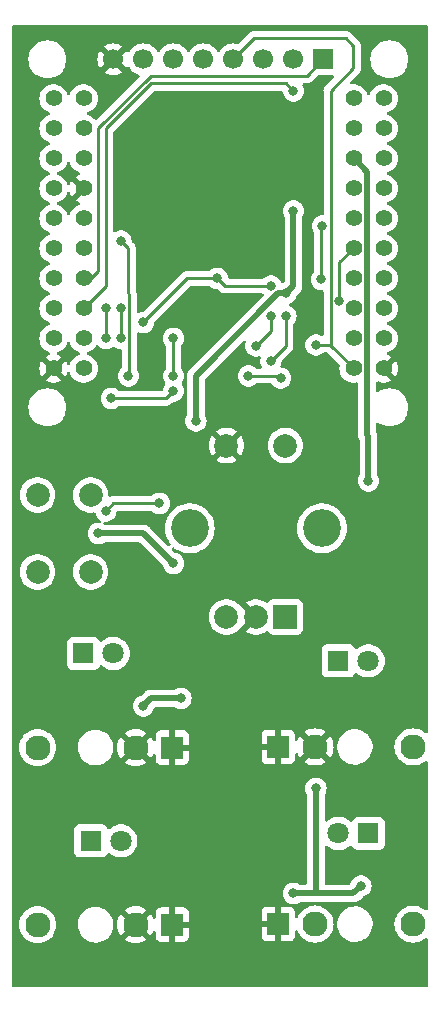
<source format=gbl>
G04 #@! TF.GenerationSoftware,KiCad,Pcbnew,7.0.5-0*
G04 #@! TF.CreationDate,2024-02-27T22:34:33-05:00*
G04 #@! TF.ProjectId,Grand_central_pcb_simple,4772616e-645f-4636-956e-7472616c5f70,rev?*
G04 #@! TF.SameCoordinates,Original*
G04 #@! TF.FileFunction,Copper,L2,Bot*
G04 #@! TF.FilePolarity,Positive*
%FSLAX46Y46*%
G04 Gerber Fmt 4.6, Leading zero omitted, Abs format (unit mm)*
G04 Created by KiCad (PCBNEW 7.0.5-0) date 2024-02-27 22:34:33*
%MOMM*%
%LPD*%
G01*
G04 APERTURE LIST*
G04 #@! TA.AperFunction,ComponentPad*
%ADD10C,1.800000*%
G04 #@! TD*
G04 #@! TA.AperFunction,ComponentPad*
%ADD11R,1.800000X1.800000*%
G04 #@! TD*
G04 #@! TA.AperFunction,ComponentPad*
%ADD12C,1.400000*%
G04 #@! TD*
G04 #@! TA.AperFunction,ComponentPad*
%ADD13C,2.130000*%
G04 #@! TD*
G04 #@! TA.AperFunction,ComponentPad*
%ADD14R,1.830000X1.930000*%
G04 #@! TD*
G04 #@! TA.AperFunction,ComponentPad*
%ADD15C,2.000000*%
G04 #@! TD*
G04 #@! TA.AperFunction,ComponentPad*
%ADD16R,2.000000X2.000000*%
G04 #@! TD*
G04 #@! TA.AperFunction,ComponentPad*
%ADD17C,3.200000*%
G04 #@! TD*
G04 #@! TA.AperFunction,ComponentPad*
%ADD18R,1.700000X1.700000*%
G04 #@! TD*
G04 #@! TA.AperFunction,ComponentPad*
%ADD19C,1.700000*%
G04 #@! TD*
G04 #@! TA.AperFunction,ViaPad*
%ADD20C,0.800000*%
G04 #@! TD*
G04 #@! TA.AperFunction,Conductor*
%ADD21C,0.250000*%
G04 #@! TD*
G04 #@! TA.AperFunction,Conductor*
%ADD22C,0.500000*%
G04 #@! TD*
G04 APERTURE END LIST*
D10*
X247655000Y-95250000D03*
D11*
X250195000Y-95250000D03*
X226690000Y-95885000D03*
D10*
X229230000Y-95885000D03*
D11*
X226060000Y-80010000D03*
D10*
X228600000Y-80010000D03*
D11*
X247645000Y-80645000D03*
D10*
X250185000Y-80645000D03*
D12*
X251470000Y-55880000D03*
X248930000Y-55880000D03*
X251470000Y-53340000D03*
X248930000Y-53340000D03*
X251470000Y-50800000D03*
X248930000Y-50800000D03*
X251470000Y-48260000D03*
X248930000Y-48260000D03*
X251470000Y-45720000D03*
X248930000Y-45720000D03*
X251470000Y-43180000D03*
X248930000Y-43180000D03*
X251470000Y-40640000D03*
X248930000Y-40640000D03*
X251470000Y-38100000D03*
X248930000Y-38100000D03*
X251470000Y-35560000D03*
X248930000Y-35560000D03*
X251470000Y-33020000D03*
X248930000Y-33020000D03*
X226070000Y-55880000D03*
X223530000Y-55880000D03*
X226070000Y-53340000D03*
X223530000Y-53340000D03*
X226070000Y-50800000D03*
X223530000Y-50800000D03*
X226070000Y-48260000D03*
X223530000Y-48260000D03*
X226070000Y-45720000D03*
X223530000Y-45720000D03*
X226070000Y-43180000D03*
X223530000Y-43180000D03*
X226070000Y-40640000D03*
X223530000Y-40640000D03*
X226070000Y-38100000D03*
X223530000Y-38100000D03*
X226070000Y-35560000D03*
X223530000Y-35560000D03*
X226070000Y-33020000D03*
X223530000Y-33020000D03*
D13*
X230479861Y-87980616D03*
X222179861Y-87980616D03*
D14*
X233579861Y-87980616D03*
D15*
X226675000Y-73100000D03*
X226675000Y-66600000D03*
X222175000Y-73100000D03*
X222175000Y-66600000D03*
D16*
X243165000Y-76910000D03*
D15*
X238165000Y-76910000D03*
X240665000Y-76910000D03*
D17*
X235065000Y-69410000D03*
X246265000Y-69410000D03*
D15*
X238165000Y-62410000D03*
X243165000Y-62410000D03*
D13*
X245670000Y-87921570D03*
X253970000Y-87921570D03*
D14*
X242570000Y-87921570D03*
D13*
X245670000Y-102921570D03*
D14*
X242570000Y-102921570D03*
D13*
X253970000Y-102921570D03*
D18*
X246380000Y-29715000D03*
D19*
X243840000Y-29715000D03*
X241300000Y-29715000D03*
X238760000Y-29715000D03*
X236220000Y-29715000D03*
X233680000Y-29715000D03*
X231140000Y-29715000D03*
X228600000Y-29715000D03*
D13*
X230479861Y-102980616D03*
X222179861Y-102980616D03*
D14*
X233579861Y-102980616D03*
D20*
X245745000Y-53885500D03*
X229870000Y-40640000D03*
X220980000Y-80645000D03*
X252095000Y-83185000D03*
X250825000Y-76835000D03*
X233134500Y-48260000D03*
X245110000Y-45720000D03*
X233680000Y-40005000D03*
X243840000Y-42545000D03*
X250190000Y-65405000D03*
X243205000Y-49530000D03*
X235585000Y-60325000D03*
X231140000Y-84455000D03*
X234315000Y-83820000D03*
X245745000Y-91440000D03*
X249555000Y-99695000D03*
X243840000Y-100330000D03*
X233680000Y-57785000D03*
X240030000Y-56515000D03*
X242764799Y-56709799D03*
X228421000Y-58420000D03*
X247739500Y-50165000D03*
X233680000Y-72390000D03*
X227330000Y-69850000D03*
X227965000Y-67945000D03*
X232499500Y-67310000D03*
X229870000Y-56515000D03*
X229235000Y-45085000D03*
X233680000Y-53340000D03*
X233680000Y-56515000D03*
X243205000Y-51435000D03*
X241935000Y-55245000D03*
X246202037Y-48348462D03*
X246290500Y-43815000D03*
X241935000Y-51435000D03*
X227965000Y-50800000D03*
X240665000Y-53975000D03*
X227965000Y-53340000D03*
X231140000Y-51980500D03*
X241935000Y-48895000D03*
X237400500Y-48260000D03*
X229235000Y-50800000D03*
X229235000Y-53340000D03*
X243840000Y-32385000D03*
D21*
X245745000Y-53885500D02*
X246935500Y-53885500D01*
X246935500Y-53885500D02*
X247015000Y-53965000D01*
X241935000Y-52705000D02*
X240665000Y-53975000D01*
X241935000Y-51435000D02*
X241935000Y-52705000D01*
X231140000Y-51980500D02*
X234860500Y-48260000D01*
X234860500Y-48260000D02*
X237400500Y-48260000D01*
X246290500Y-43815000D02*
X246202037Y-43903463D01*
X246202037Y-43903463D02*
X246202037Y-48348462D01*
X243205000Y-51435000D02*
X243205000Y-53975000D01*
X243205000Y-53975000D02*
X241935000Y-55245000D01*
D22*
X243840000Y-42545000D02*
X243840000Y-48895000D01*
X243840000Y-48895000D02*
X243205000Y-49530000D01*
X248930000Y-38100000D02*
X250080000Y-39250000D01*
X250190000Y-61595000D02*
X250190000Y-65405000D01*
X250080000Y-39250000D02*
X250080000Y-61485000D01*
X250080000Y-61485000D02*
X250190000Y-61595000D01*
X242570000Y-49530000D02*
X243205000Y-49530000D01*
X235585000Y-60325000D02*
X235585000Y-56515000D01*
X235585000Y-56515000D02*
X242570000Y-49530000D01*
X231140000Y-69850000D02*
X233680000Y-72390000D01*
X227330000Y-69850000D02*
X231140000Y-69850000D01*
D21*
X232499500Y-67310000D02*
X228600000Y-67310000D01*
X228600000Y-67310000D02*
X227965000Y-67945000D01*
D22*
X231775000Y-83820000D02*
X231140000Y-84455000D01*
X234315000Y-83820000D02*
X231775000Y-83820000D01*
X243840000Y-100330000D02*
X245745000Y-100330000D01*
X245745000Y-100330000D02*
X248920000Y-100330000D01*
X245745000Y-91440000D02*
X245745000Y-100330000D01*
X248920000Y-100330000D02*
X249555000Y-99695000D01*
D21*
X228421000Y-58420000D02*
X233045000Y-58420000D01*
X240030000Y-56515000D02*
X242570000Y-56515000D01*
X233045000Y-58420000D02*
X233680000Y-57785000D01*
X242570000Y-56515000D02*
X242764799Y-56709799D01*
X247739500Y-50165000D02*
X247739500Y-46910500D01*
X247739500Y-46910500D02*
X248930000Y-45720000D01*
X229870000Y-45720000D02*
X229235000Y-45085000D01*
X229870000Y-49530000D02*
X229870000Y-45720000D01*
X229870000Y-56515000D02*
X229960000Y-56425000D01*
X229960000Y-56425000D02*
X229960000Y-49620000D01*
X229960000Y-49620000D02*
X229870000Y-49530000D01*
X233680000Y-56515000D02*
X233680000Y-53340000D01*
X227965000Y-53340000D02*
X227965000Y-50800000D01*
X237400500Y-48260000D02*
X238035500Y-48895000D01*
X238035500Y-48895000D02*
X241935000Y-48895000D01*
X229235000Y-53340000D02*
X229235000Y-50800000D01*
X244980000Y-31115000D02*
X246380000Y-29715000D01*
X227330000Y-35560000D02*
X231775000Y-31115000D01*
X227330000Y-47625000D02*
X227330000Y-35560000D01*
X226070000Y-48260000D02*
X226695000Y-48260000D01*
X231775000Y-31115000D02*
X244980000Y-31115000D01*
X226695000Y-48260000D02*
X227330000Y-47625000D01*
X226070000Y-50800000D02*
X227965698Y-48904302D01*
X243205000Y-31750000D02*
X243840000Y-32385000D01*
X241935000Y-31750000D02*
X243205000Y-31750000D01*
X227965698Y-48904302D02*
X227965698Y-35560698D01*
X227965698Y-35560698D02*
X231776396Y-31750000D01*
X231776396Y-31750000D02*
X241935000Y-31750000D01*
X248285000Y-27940000D02*
X248920000Y-28575000D01*
X247015000Y-32385000D02*
X247015000Y-53965000D01*
X238760000Y-29715000D02*
X240535000Y-27940000D01*
X240535000Y-27940000D02*
X248285000Y-27940000D01*
X247015000Y-53965000D02*
X248930000Y-55880000D01*
X248920000Y-28575000D02*
X248920000Y-30480000D01*
X248920000Y-30480000D02*
X247015000Y-32385000D01*
G04 #@! TA.AperFunction,Conductor*
G36*
X224850562Y-53603083D02*
G01*
X224903749Y-53648393D01*
X224919266Y-53682372D01*
X224945769Y-53775523D01*
X224945775Y-53775538D01*
X225044938Y-53974683D01*
X225044943Y-53974691D01*
X225179020Y-54152238D01*
X225343437Y-54302123D01*
X225343439Y-54302125D01*
X225532595Y-54419245D01*
X225532596Y-54419245D01*
X225532599Y-54419247D01*
X225726524Y-54494374D01*
X225781924Y-54536946D01*
X225805515Y-54602713D01*
X225789804Y-54670793D01*
X225739780Y-54719572D01*
X225726533Y-54725622D01*
X225582782Y-54781312D01*
X225532601Y-54800752D01*
X225532595Y-54800754D01*
X225343439Y-54917874D01*
X225343437Y-54917876D01*
X225179020Y-55067761D01*
X225044943Y-55245308D01*
X225044938Y-55245316D01*
X224945775Y-55444461D01*
X224945770Y-55444474D01*
X224919006Y-55538540D01*
X224881726Y-55597633D01*
X224818417Y-55627190D01*
X224749177Y-55617828D01*
X224695991Y-55572518D01*
X224680473Y-55538538D01*
X224653760Y-55444650D01*
X224554635Y-55245580D01*
X224554630Y-55245572D01*
X224538860Y-55224690D01*
X223927953Y-55835598D01*
X223915165Y-55754852D01*
X223857641Y-55641955D01*
X223768045Y-55552359D01*
X223655148Y-55494835D01*
X223574400Y-55482046D01*
X224183327Y-54873119D01*
X224067178Y-54801202D01*
X224067177Y-54801201D01*
X223872786Y-54725894D01*
X223817384Y-54683321D01*
X223793794Y-54617554D01*
X223809505Y-54549474D01*
X223859529Y-54500695D01*
X223872772Y-54494646D01*
X224067401Y-54419247D01*
X224256562Y-54302124D01*
X224420981Y-54152236D01*
X224555058Y-53974689D01*
X224654229Y-53775528D01*
X224680734Y-53682371D01*
X224718013Y-53623278D01*
X224781323Y-53593721D01*
X224850562Y-53603083D01*
G37*
G04 #@! TD.AperFunction*
G04 #@! TA.AperFunction,Conductor*
G36*
X225684835Y-40765148D02*
G01*
X225742359Y-40878045D01*
X225831955Y-40967641D01*
X225944852Y-41025165D01*
X226025597Y-41037953D01*
X225416672Y-41646879D01*
X225416672Y-41646880D01*
X225532821Y-41718797D01*
X225532822Y-41718798D01*
X225727213Y-41794105D01*
X225782614Y-41836678D01*
X225806205Y-41902445D01*
X225790494Y-41970525D01*
X225740470Y-42019304D01*
X225727213Y-42025359D01*
X225532601Y-42100751D01*
X225532595Y-42100754D01*
X225343439Y-42217874D01*
X225343437Y-42217876D01*
X225179020Y-42367761D01*
X225044943Y-42545308D01*
X225044938Y-42545316D01*
X224945775Y-42744461D01*
X224945769Y-42744476D01*
X224919266Y-42837627D01*
X224881987Y-42896721D01*
X224818677Y-42926278D01*
X224749438Y-42916916D01*
X224696251Y-42871606D01*
X224680734Y-42837627D01*
X224654230Y-42744476D01*
X224654229Y-42744472D01*
X224648646Y-42733259D01*
X224555061Y-42545316D01*
X224555056Y-42545308D01*
X224420979Y-42367761D01*
X224256562Y-42217876D01*
X224256560Y-42217874D01*
X224067404Y-42100754D01*
X224067395Y-42100750D01*
X223931400Y-42048066D01*
X223873475Y-42025625D01*
X223818075Y-41983054D01*
X223794484Y-41917288D01*
X223810195Y-41849207D01*
X223860219Y-41800428D01*
X223873466Y-41794377D01*
X224067401Y-41719247D01*
X224256562Y-41602124D01*
X224420981Y-41452236D01*
X224555058Y-41274689D01*
X224654229Y-41075528D01*
X224680995Y-40981455D01*
X224718272Y-40922367D01*
X224781581Y-40892809D01*
X224850821Y-40902171D01*
X224904007Y-40947480D01*
X224919525Y-40981460D01*
X224946236Y-41075342D01*
X224946239Y-41075348D01*
X225045369Y-41274428D01*
X225061137Y-41295308D01*
X225061138Y-41295308D01*
X225672046Y-40684399D01*
X225684835Y-40765148D01*
G37*
G04 #@! TD.AperFunction*
G04 #@! TA.AperFunction,Conductor*
G36*
X224850562Y-38363083D02*
G01*
X224903749Y-38408393D01*
X224919266Y-38442372D01*
X224945769Y-38535523D01*
X224945775Y-38535538D01*
X225044938Y-38734683D01*
X225044943Y-38734691D01*
X225179020Y-38912238D01*
X225343437Y-39062123D01*
X225343439Y-39062125D01*
X225532595Y-39179245D01*
X225532596Y-39179245D01*
X225532599Y-39179247D01*
X225727215Y-39254642D01*
X225782614Y-39297213D01*
X225806205Y-39362980D01*
X225790494Y-39431060D01*
X225740470Y-39479839D01*
X225727213Y-39485893D01*
X225532833Y-39561196D01*
X225532823Y-39561201D01*
X225416671Y-39633119D01*
X226025599Y-40242046D01*
X225944852Y-40254835D01*
X225831955Y-40312359D01*
X225742359Y-40401955D01*
X225684835Y-40514852D01*
X225672046Y-40595597D01*
X225061138Y-39984690D01*
X225061137Y-39984691D01*
X225045368Y-40005574D01*
X224946239Y-40204651D01*
X224946237Y-40204655D01*
X224919525Y-40298540D01*
X224882246Y-40357633D01*
X224818936Y-40387190D01*
X224749697Y-40377828D01*
X224696510Y-40332518D01*
X224680994Y-40298541D01*
X224654229Y-40204472D01*
X224654224Y-40204461D01*
X224555061Y-40005316D01*
X224555056Y-40005308D01*
X224420979Y-39827761D01*
X224256562Y-39677876D01*
X224256560Y-39677874D01*
X224067404Y-39560754D01*
X224067395Y-39560750D01*
X223973956Y-39524552D01*
X223873475Y-39485625D01*
X223818075Y-39443054D01*
X223794484Y-39377288D01*
X223810195Y-39309207D01*
X223860219Y-39260428D01*
X223873466Y-39254377D01*
X224067401Y-39179247D01*
X224256562Y-39062124D01*
X224420981Y-38912236D01*
X224555058Y-38734689D01*
X224654229Y-38535528D01*
X224680734Y-38442371D01*
X224718013Y-38383278D01*
X224781323Y-38353721D01*
X224850562Y-38363083D01*
G37*
G04 #@! TD.AperFunction*
G04 #@! TA.AperFunction,Conductor*
G36*
X255142539Y-26820185D02*
G01*
X255188294Y-26872989D01*
X255199500Y-26924500D01*
X255199499Y-86643916D01*
X255179814Y-86710955D01*
X255127010Y-86756710D01*
X255057852Y-86766654D01*
X254994968Y-86738206D01*
X254901560Y-86658428D01*
X254893020Y-86651134D01*
X254893018Y-86651133D01*
X254682920Y-86522385D01*
X254455264Y-86428087D01*
X254215658Y-86370563D01*
X253970000Y-86351229D01*
X253724341Y-86370563D01*
X253484735Y-86428087D01*
X253257079Y-86522385D01*
X253046981Y-86651133D01*
X253046979Y-86651134D01*
X252859601Y-86811171D01*
X252699564Y-86998549D01*
X252699563Y-86998551D01*
X252570815Y-87208649D01*
X252476517Y-87436305D01*
X252418993Y-87675911D01*
X252399659Y-87921570D01*
X252418993Y-88167228D01*
X252476517Y-88406834D01*
X252570815Y-88634490D01*
X252699563Y-88844588D01*
X252699564Y-88844590D01*
X252699567Y-88844593D01*
X252859601Y-89031969D01*
X252998179Y-89150326D01*
X253046979Y-89192005D01*
X253046981Y-89192006D01*
X253257079Y-89320754D01*
X253484735Y-89415052D01*
X253484736Y-89415052D01*
X253484738Y-89415053D01*
X253724345Y-89472577D01*
X253970000Y-89491911D01*
X254215655Y-89472577D01*
X254455262Y-89415053D01*
X254682920Y-89320754D01*
X254893023Y-89192003D01*
X254994970Y-89104932D01*
X255058729Y-89076362D01*
X255127815Y-89086799D01*
X255180291Y-89132930D01*
X255199500Y-89199223D01*
X255199500Y-101643916D01*
X255179815Y-101710955D01*
X255127011Y-101756710D01*
X255057853Y-101766654D01*
X254994969Y-101738207D01*
X254967192Y-101714483D01*
X254893023Y-101651137D01*
X254893021Y-101651135D01*
X254893019Y-101651134D01*
X254893018Y-101651133D01*
X254682920Y-101522385D01*
X254455264Y-101428087D01*
X254215658Y-101370563D01*
X254031413Y-101356062D01*
X253970000Y-101351229D01*
X253969999Y-101351229D01*
X253724341Y-101370563D01*
X253484735Y-101428087D01*
X253257079Y-101522385D01*
X253046981Y-101651133D01*
X253046979Y-101651134D01*
X252859601Y-101811171D01*
X252699564Y-101998549D01*
X252699563Y-101998551D01*
X252570815Y-102208649D01*
X252476517Y-102436305D01*
X252418993Y-102675911D01*
X252399659Y-102921570D01*
X252418993Y-103167228D01*
X252476517Y-103406834D01*
X252570815Y-103634490D01*
X252699563Y-103844588D01*
X252699564Y-103844590D01*
X252699567Y-103844593D01*
X252859601Y-104031969D01*
X252977810Y-104132929D01*
X253046979Y-104192005D01*
X253046981Y-104192006D01*
X253257079Y-104320754D01*
X253484735Y-104415052D01*
X253484736Y-104415052D01*
X253484738Y-104415053D01*
X253724345Y-104472577D01*
X253970000Y-104491911D01*
X254215655Y-104472577D01*
X254455262Y-104415053D01*
X254682920Y-104320754D01*
X254893023Y-104192003D01*
X254994971Y-104104931D01*
X255058728Y-104076362D01*
X255127814Y-104086799D01*
X255180290Y-104132929D01*
X255199499Y-104199223D01*
X255199500Y-108160500D01*
X255179815Y-108227539D01*
X255127011Y-108273294D01*
X255075500Y-108284500D01*
X220134500Y-108284500D01*
X220067461Y-108264815D01*
X220021706Y-108212011D01*
X220010500Y-108160500D01*
X220010500Y-102980616D01*
X220609520Y-102980616D01*
X220628854Y-103226274D01*
X220686378Y-103465880D01*
X220780676Y-103693536D01*
X220909424Y-103903634D01*
X220909425Y-103903636D01*
X220909428Y-103903639D01*
X221069462Y-104091015D01*
X221210797Y-104211726D01*
X221256840Y-104251051D01*
X221256842Y-104251052D01*
X221466940Y-104379800D01*
X221694596Y-104474098D01*
X221694597Y-104474098D01*
X221694599Y-104474099D01*
X221934206Y-104531623D01*
X222179861Y-104550957D01*
X222425516Y-104531623D01*
X222665123Y-104474099D01*
X222892781Y-104379800D01*
X223102884Y-104251049D01*
X223290260Y-104091015D01*
X223450294Y-103903639D01*
X223579045Y-103693536D01*
X223673344Y-103465878D01*
X223730868Y-103226271D01*
X223750202Y-102980616D01*
X223744828Y-102912338D01*
X225596269Y-102912338D01*
X225605308Y-103158831D01*
X225619029Y-103226271D01*
X225654485Y-103400543D01*
X225742475Y-103630965D01*
X225866915Y-103843919D01*
X225866920Y-103843927D01*
X225866922Y-103843929D01*
X226024479Y-104033708D01*
X226210914Y-104195203D01*
X226210913Y-104195203D01*
X226210915Y-104195204D01*
X226210916Y-104195205D01*
X226421227Y-104324084D01*
X226649762Y-104416882D01*
X226649764Y-104416882D01*
X226649768Y-104416884D01*
X226810178Y-104453033D01*
X226890386Y-104471109D01*
X227136635Y-104485308D01*
X227381896Y-104459097D01*
X227619583Y-104393180D01*
X227620577Y-104392719D01*
X227755865Y-104329920D01*
X227843313Y-104289328D01*
X228047077Y-104150330D01*
X228225403Y-103979919D01*
X228373501Y-103782670D01*
X228487395Y-103563882D01*
X228564026Y-103329429D01*
X228601336Y-103085609D01*
X228600053Y-102980616D01*
X228910022Y-102980616D01*
X228929348Y-103226190D01*
X228986853Y-103465718D01*
X229081123Y-103693308D01*
X229207458Y-103899465D01*
X229832313Y-103274609D01*
X229891251Y-103386904D01*
X230005586Y-103515962D01*
X230147484Y-103613907D01*
X230185648Y-103628380D01*
X229561010Y-104253017D01*
X229561010Y-104253018D01*
X229767168Y-104379353D01*
X229994758Y-104473623D01*
X230234287Y-104531128D01*
X230234286Y-104531128D01*
X230479861Y-104550454D01*
X230725435Y-104531128D01*
X230964963Y-104473623D01*
X231192550Y-104379354D01*
X231398710Y-104253017D01*
X230774073Y-103628381D01*
X230812238Y-103613907D01*
X230954136Y-103515962D01*
X231068471Y-103386904D01*
X231127408Y-103274610D01*
X231752262Y-103899465D01*
X231878600Y-103693302D01*
X231926300Y-103578146D01*
X231970141Y-103523742D01*
X232036435Y-103501677D01*
X232104134Y-103518956D01*
X232151745Y-103570093D01*
X232164861Y-103625598D01*
X232164861Y-103993460D01*
X232171262Y-104052988D01*
X232171264Y-104052995D01*
X232221506Y-104187702D01*
X232221510Y-104187709D01*
X232307670Y-104302803D01*
X232307673Y-104302806D01*
X232422767Y-104388966D01*
X232422774Y-104388970D01*
X232557481Y-104439212D01*
X232557488Y-104439214D01*
X232617016Y-104445615D01*
X232617033Y-104445616D01*
X233329861Y-104445616D01*
X233329861Y-103539280D01*
X233353520Y-103552287D01*
X233502800Y-103590616D01*
X233618236Y-103590616D01*
X233732767Y-103576147D01*
X233829861Y-103537704D01*
X233829861Y-104445616D01*
X234542689Y-104445616D01*
X234542705Y-104445615D01*
X234602233Y-104439214D01*
X234602240Y-104439212D01*
X234736947Y-104388970D01*
X234736954Y-104388966D01*
X234852048Y-104302806D01*
X234852051Y-104302803D01*
X234938211Y-104187709D01*
X234938215Y-104187702D01*
X234988457Y-104052995D01*
X234988459Y-104052988D01*
X234994860Y-103993460D01*
X234994861Y-103993443D01*
X234994861Y-103934414D01*
X241155000Y-103934414D01*
X241161401Y-103993942D01*
X241161403Y-103993949D01*
X241211645Y-104128656D01*
X241211649Y-104128663D01*
X241297809Y-104243757D01*
X241297812Y-104243760D01*
X241412906Y-104329920D01*
X241412913Y-104329924D01*
X241547620Y-104380166D01*
X241547627Y-104380168D01*
X241607155Y-104386569D01*
X241607172Y-104386570D01*
X242320000Y-104386570D01*
X242320000Y-103480234D01*
X242343659Y-103493241D01*
X242492939Y-103531570D01*
X242608375Y-103531570D01*
X242722906Y-103517101D01*
X242819999Y-103478659D01*
X242819999Y-104386569D01*
X242820000Y-104386570D01*
X243532828Y-104386570D01*
X243532844Y-104386569D01*
X243592372Y-104380168D01*
X243592379Y-104380166D01*
X243727086Y-104329924D01*
X243727093Y-104329920D01*
X243842187Y-104243760D01*
X243842190Y-104243757D01*
X243928350Y-104128663D01*
X243928354Y-104128656D01*
X243978596Y-103993949D01*
X243978598Y-103993942D01*
X243984999Y-103934414D01*
X243985000Y-103934397D01*
X243985000Y-103567860D01*
X244004685Y-103500821D01*
X244057489Y-103455066D01*
X244126647Y-103445122D01*
X244190203Y-103474147D01*
X244223561Y-103520407D01*
X244270815Y-103634490D01*
X244399563Y-103844588D01*
X244399564Y-103844590D01*
X244399567Y-103844593D01*
X244559601Y-104031969D01*
X244677810Y-104132929D01*
X244746979Y-104192005D01*
X244746981Y-104192006D01*
X244957079Y-104320754D01*
X245184735Y-104415052D01*
X245184736Y-104415052D01*
X245184738Y-104415053D01*
X245424345Y-104472577D01*
X245670000Y-104491911D01*
X245915655Y-104472577D01*
X246155262Y-104415053D01*
X246382920Y-104320754D01*
X246593023Y-104192003D01*
X246780399Y-104031969D01*
X246940433Y-103844593D01*
X247069184Y-103634490D01*
X247163483Y-103406832D01*
X247221007Y-103167225D01*
X247240341Y-102921570D01*
X247232077Y-102816575D01*
X247548525Y-102816575D01*
X247551538Y-103063218D01*
X247594791Y-103306041D01*
X247594796Y-103306061D01*
X247677126Y-103538552D01*
X247677130Y-103538561D01*
X247796336Y-103754502D01*
X247796338Y-103754505D01*
X247866953Y-103843919D01*
X247949210Y-103948074D01*
X248131645Y-104114078D01*
X248338744Y-104248056D01*
X248338746Y-104248057D01*
X248350156Y-104253018D01*
X248564945Y-104346411D01*
X248804171Y-104406500D01*
X249050000Y-104426711D01*
X249050003Y-104426710D01*
X249050004Y-104426711D01*
X249055668Y-104426572D01*
X249123526Y-104424914D01*
X249368074Y-104392719D01*
X249604079Y-104321015D01*
X249825205Y-104211728D01*
X249852653Y-104192005D01*
X249910655Y-104150326D01*
X250025512Y-104067793D01*
X250199621Y-103893075D01*
X250342856Y-103692267D01*
X250451370Y-103470761D01*
X250522250Y-103234506D01*
X250553592Y-102989848D01*
X250544553Y-102743355D01*
X250495377Y-102501649D01*
X250495375Y-102501645D01*
X250495375Y-102501642D01*
X250407385Y-102271220D01*
X250282945Y-102058266D01*
X250282941Y-102058260D01*
X250282939Y-102058257D01*
X250125382Y-101868478D01*
X249938946Y-101706982D01*
X249938947Y-101706982D01*
X249728636Y-101578103D01*
X249500092Y-101485301D01*
X249259477Y-101431077D01*
X249013224Y-101416877D01*
X248804689Y-101439164D01*
X248767965Y-101443089D01*
X248767962Y-101443089D01*
X248767960Y-101443090D01*
X248530276Y-101509006D01*
X248530268Y-101509009D01*
X248306552Y-101612855D01*
X248306547Y-101612857D01*
X248102792Y-101751849D01*
X248102779Y-101751859D01*
X247924456Y-101922268D01*
X247776358Y-102119518D01*
X247776356Y-102119521D01*
X247662466Y-102338302D01*
X247585837Y-102572750D01*
X247585834Y-102572760D01*
X247548525Y-102816574D01*
X247548525Y-102816575D01*
X247232077Y-102816575D01*
X247221007Y-102675915D01*
X247163483Y-102436308D01*
X247161462Y-102431429D01*
X247069184Y-102208649D01*
X246940436Y-101998551D01*
X246940435Y-101998549D01*
X246902480Y-101954110D01*
X246780399Y-101811171D01*
X246601560Y-101658428D01*
X246593020Y-101651134D01*
X246593018Y-101651133D01*
X246382920Y-101522385D01*
X246155264Y-101428087D01*
X245915658Y-101370563D01*
X245670000Y-101351229D01*
X245424341Y-101370563D01*
X245184735Y-101428087D01*
X244957079Y-101522385D01*
X244746981Y-101651133D01*
X244746979Y-101651134D01*
X244559601Y-101811171D01*
X244399564Y-101998549D01*
X244399563Y-101998551D01*
X244270815Y-102208649D01*
X244223561Y-102322732D01*
X244179720Y-102377135D01*
X244113426Y-102399200D01*
X244045726Y-102381921D01*
X243998116Y-102330783D01*
X243985000Y-102275279D01*
X243985000Y-101908742D01*
X243984999Y-101908725D01*
X243978598Y-101849197D01*
X243978596Y-101849190D01*
X243928354Y-101714483D01*
X243928350Y-101714476D01*
X243842190Y-101599382D01*
X243842187Y-101599379D01*
X243727093Y-101513219D01*
X243727086Y-101513215D01*
X243592379Y-101462973D01*
X243592372Y-101462971D01*
X243532844Y-101456570D01*
X242820000Y-101456570D01*
X242819999Y-102362905D01*
X242796341Y-102349899D01*
X242647061Y-102311570D01*
X242531625Y-102311570D01*
X242417094Y-102326039D01*
X242320000Y-102364481D01*
X242320000Y-101456570D01*
X241607155Y-101456570D01*
X241547627Y-101462971D01*
X241547620Y-101462973D01*
X241412913Y-101513215D01*
X241412906Y-101513219D01*
X241297812Y-101599379D01*
X241297809Y-101599382D01*
X241211649Y-101714476D01*
X241211645Y-101714483D01*
X241161403Y-101849190D01*
X241161401Y-101849197D01*
X241155000Y-101908725D01*
X241155000Y-102671570D01*
X242013480Y-102671570D01*
X241985245Y-102731572D01*
X241956365Y-102882963D01*
X241966043Y-103036781D01*
X242009838Y-103171570D01*
X241155000Y-103171570D01*
X241155000Y-103934414D01*
X234994861Y-103934414D01*
X234994861Y-103230616D01*
X234136381Y-103230616D01*
X234164616Y-103170614D01*
X234193496Y-103019223D01*
X234183818Y-102865405D01*
X234140023Y-102730616D01*
X234994861Y-102730616D01*
X234994861Y-101967788D01*
X234994860Y-101967771D01*
X234988459Y-101908243D01*
X234988457Y-101908236D01*
X234938215Y-101773529D01*
X234938211Y-101773522D01*
X234852051Y-101658428D01*
X234852048Y-101658425D01*
X234736954Y-101572265D01*
X234736947Y-101572261D01*
X234602240Y-101522019D01*
X234602233Y-101522017D01*
X234542705Y-101515616D01*
X233829861Y-101515616D01*
X233829861Y-102421951D01*
X233806202Y-102408945D01*
X233656922Y-102370616D01*
X233541486Y-102370616D01*
X233426955Y-102385085D01*
X233329861Y-102423527D01*
X233329861Y-101515616D01*
X232617016Y-101515616D01*
X232557488Y-101522017D01*
X232557481Y-101522019D01*
X232422774Y-101572261D01*
X232422767Y-101572265D01*
X232307673Y-101658425D01*
X232307670Y-101658428D01*
X232221510Y-101773522D01*
X232221506Y-101773529D01*
X232171264Y-101908236D01*
X232171262Y-101908243D01*
X232164861Y-101967771D01*
X232164860Y-101967788D01*
X232164861Y-102335633D01*
X232145176Y-102402672D01*
X232092372Y-102448427D01*
X232023214Y-102458371D01*
X231959658Y-102429346D01*
X231926300Y-102383086D01*
X231878598Y-102267923D01*
X231752262Y-102061765D01*
X231127407Y-102686620D01*
X231068471Y-102574328D01*
X230954136Y-102445270D01*
X230812238Y-102347325D01*
X230774073Y-102332851D01*
X231398710Y-101708213D01*
X231398710Y-101708212D01*
X231192553Y-101581878D01*
X230964963Y-101487608D01*
X230725434Y-101430103D01*
X230725435Y-101430103D01*
X230479861Y-101410777D01*
X230234286Y-101430103D01*
X229994758Y-101487608D01*
X229767168Y-101581878D01*
X229561010Y-101708213D01*
X230185648Y-102332850D01*
X230147484Y-102347325D01*
X230005586Y-102445270D01*
X229891251Y-102574328D01*
X229832314Y-102686621D01*
X229207458Y-102061765D01*
X229081123Y-102267923D01*
X228986853Y-102495513D01*
X228929348Y-102735041D01*
X228910022Y-102980616D01*
X228600053Y-102980616D01*
X228598322Y-102838970D01*
X228598322Y-102838967D01*
X228555069Y-102596144D01*
X228555064Y-102596124D01*
X228472734Y-102363633D01*
X228472730Y-102363624D01*
X228458753Y-102338304D01*
X228353525Y-102147684D01*
X228200651Y-101954112D01*
X228196813Y-101950620D01*
X228018217Y-101788109D01*
X228018216Y-101788108D01*
X227811114Y-101654128D01*
X227584924Y-101555778D01*
X227584916Y-101555775D01*
X227345692Y-101495686D01*
X227099868Y-101475475D01*
X227099856Y-101475474D01*
X227034837Y-101477064D01*
X227026335Y-101477272D01*
X227026331Y-101477272D01*
X227026320Y-101477273D01*
X226781789Y-101509466D01*
X226545784Y-101581170D01*
X226545779Y-101581171D01*
X226324658Y-101690456D01*
X226324652Y-101690459D01*
X226124353Y-101834389D01*
X226124348Y-101834393D01*
X225950241Y-102009109D01*
X225950235Y-102009116D01*
X225807005Y-102209918D01*
X225698489Y-102431429D01*
X225698488Y-102431431D01*
X225627611Y-102667678D01*
X225596269Y-102912333D01*
X225596269Y-102912336D01*
X225596269Y-102912338D01*
X223744828Y-102912338D01*
X223730868Y-102734961D01*
X223673344Y-102495354D01*
X223651170Y-102441821D01*
X223579045Y-102267695D01*
X223450297Y-102057597D01*
X223450296Y-102057595D01*
X223408891Y-102009116D01*
X223290260Y-101870217D01*
X223157360Y-101756710D01*
X223102881Y-101710180D01*
X223102879Y-101710179D01*
X222892781Y-101581431D01*
X222665125Y-101487133D01*
X222425519Y-101429609D01*
X222241274Y-101415108D01*
X222179861Y-101410275D01*
X222179860Y-101410275D01*
X221934202Y-101429609D01*
X221694596Y-101487133D01*
X221466940Y-101581431D01*
X221256842Y-101710179D01*
X221256840Y-101710180D01*
X221069462Y-101870217D01*
X220909425Y-102057595D01*
X220909424Y-102057597D01*
X220780676Y-102267695D01*
X220686378Y-102495351D01*
X220628854Y-102734957D01*
X220609520Y-102980616D01*
X220010500Y-102980616D01*
X220010500Y-100330000D01*
X242934540Y-100330000D01*
X242954326Y-100518256D01*
X242954327Y-100518259D01*
X243012818Y-100698277D01*
X243012821Y-100698284D01*
X243107467Y-100862216D01*
X243234129Y-101002888D01*
X243387265Y-101114148D01*
X243387270Y-101114151D01*
X243560192Y-101191142D01*
X243560197Y-101191144D01*
X243745354Y-101230500D01*
X243745355Y-101230500D01*
X243934644Y-101230500D01*
X243934646Y-101230500D01*
X244119803Y-101191144D01*
X244292730Y-101114151D01*
X244294776Y-101112664D01*
X244306452Y-101104182D01*
X244372258Y-101080702D01*
X244379337Y-101080500D01*
X245657279Y-101080500D01*
X245721359Y-101080500D01*
X245724959Y-101080604D01*
X245788935Y-101084331D01*
X245799976Y-101082384D01*
X245821509Y-101080500D01*
X248856295Y-101080500D01*
X248874265Y-101081809D01*
X248898023Y-101085289D01*
X248950068Y-101080735D01*
X248955470Y-101080500D01*
X248963704Y-101080500D01*
X248963709Y-101080500D01*
X248995458Y-101076788D01*
X248997075Y-101076622D01*
X249072797Y-101069999D01*
X249072805Y-101069996D01*
X249079866Y-101068539D01*
X249079878Y-101068598D01*
X249087243Y-101066965D01*
X249087229Y-101066906D01*
X249094251Y-101065241D01*
X249094255Y-101065241D01*
X249165587Y-101039277D01*
X249167286Y-101038688D01*
X249239334Y-101014814D01*
X249239342Y-101014808D01*
X249245882Y-101011760D01*
X249245908Y-101011816D01*
X249252690Y-101008532D01*
X249252663Y-101008478D01*
X249259109Y-101005239D01*
X249259117Y-101005237D01*
X249322612Y-100963475D01*
X249323977Y-100962605D01*
X249388656Y-100922712D01*
X249388661Y-100922706D01*
X249394325Y-100918229D01*
X249394362Y-100918277D01*
X249400204Y-100913518D01*
X249400164Y-100913471D01*
X249405686Y-100908835D01*
X249405696Y-100908830D01*
X249457802Y-100853599D01*
X249458961Y-100852405D01*
X249707770Y-100603595D01*
X249769091Y-100570112D01*
X249769427Y-100570039D01*
X249834803Y-100556144D01*
X250007730Y-100479151D01*
X250160871Y-100367888D01*
X250287533Y-100227216D01*
X250382179Y-100063284D01*
X250440674Y-99883256D01*
X250460460Y-99695000D01*
X250440674Y-99506744D01*
X250382179Y-99326716D01*
X250287533Y-99162784D01*
X250160871Y-99022112D01*
X250160870Y-99022111D01*
X250007734Y-98910851D01*
X250007729Y-98910848D01*
X249834807Y-98833857D01*
X249834802Y-98833855D01*
X249689001Y-98802865D01*
X249649646Y-98794500D01*
X249460354Y-98794500D01*
X249427897Y-98801398D01*
X249275197Y-98833855D01*
X249275192Y-98833857D01*
X249102270Y-98910848D01*
X249102265Y-98910851D01*
X248949129Y-99022111D01*
X248822466Y-99162785D01*
X248727821Y-99326715D01*
X248727818Y-99326721D01*
X248673526Y-99493818D01*
X248634089Y-99551494D01*
X248569730Y-99578692D01*
X248555595Y-99579500D01*
X246619500Y-99579500D01*
X246552461Y-99559815D01*
X246506706Y-99507011D01*
X246495500Y-99455500D01*
X246495500Y-96375388D01*
X246515185Y-96308349D01*
X246567989Y-96262594D01*
X246637147Y-96252650D01*
X246699046Y-96280918D01*
X246699168Y-96280763D01*
X246699823Y-96281273D01*
X246700703Y-96281675D01*
X246703159Y-96283869D01*
X246886365Y-96426464D01*
X246886371Y-96426468D01*
X246886374Y-96426470D01*
X247090497Y-96536936D01*
X247204487Y-96576068D01*
X247310015Y-96612297D01*
X247310017Y-96612297D01*
X247310019Y-96612298D01*
X247538951Y-96650500D01*
X247538952Y-96650500D01*
X247771048Y-96650500D01*
X247771049Y-96650500D01*
X247999981Y-96612298D01*
X248219503Y-96536936D01*
X248423626Y-96426470D01*
X248606784Y-96283913D01*
X248615130Y-96274846D01*
X248675010Y-96238854D01*
X248744849Y-96240949D01*
X248802468Y-96280469D01*
X248822544Y-96315491D01*
X248851203Y-96392330D01*
X248851206Y-96392335D01*
X248937452Y-96507544D01*
X248937455Y-96507547D01*
X249052664Y-96593793D01*
X249052671Y-96593797D01*
X249187517Y-96644091D01*
X249187516Y-96644091D01*
X249194444Y-96644835D01*
X249247127Y-96650500D01*
X251142872Y-96650499D01*
X251202483Y-96644091D01*
X251337331Y-96593796D01*
X251452546Y-96507546D01*
X251538796Y-96392331D01*
X251589091Y-96257483D01*
X251595500Y-96197873D01*
X251595499Y-94302128D01*
X251589091Y-94242517D01*
X251580068Y-94218326D01*
X251538797Y-94107671D01*
X251538793Y-94107664D01*
X251452547Y-93992455D01*
X251452544Y-93992452D01*
X251337335Y-93906206D01*
X251337328Y-93906202D01*
X251202482Y-93855908D01*
X251202483Y-93855908D01*
X251142883Y-93849501D01*
X251142881Y-93849500D01*
X251142873Y-93849500D01*
X251142864Y-93849500D01*
X249247129Y-93849500D01*
X249247123Y-93849501D01*
X249187516Y-93855908D01*
X249052671Y-93906202D01*
X249052664Y-93906206D01*
X248937455Y-93992452D01*
X248937452Y-93992455D01*
X248851206Y-94107664D01*
X248851203Y-94107670D01*
X248822544Y-94184508D01*
X248780672Y-94240441D01*
X248715208Y-94264858D01*
X248646935Y-94250006D01*
X248615135Y-94225158D01*
X248606784Y-94216087D01*
X248606778Y-94216082D01*
X248606777Y-94216081D01*
X248423634Y-94073535D01*
X248423628Y-94073531D01*
X248219504Y-93963064D01*
X248219495Y-93963061D01*
X247999984Y-93887702D01*
X247809450Y-93855908D01*
X247771049Y-93849500D01*
X247538951Y-93849500D01*
X247500550Y-93855908D01*
X247310015Y-93887702D01*
X247090504Y-93963061D01*
X247090495Y-93963064D01*
X246886371Y-94073531D01*
X246886365Y-94073535D01*
X246699168Y-94219237D01*
X246698459Y-94218326D01*
X246640801Y-94246768D01*
X246571376Y-94238892D01*
X246517230Y-94194733D01*
X246495554Y-94128311D01*
X246495499Y-94124669D01*
X246495499Y-91974321D01*
X246512112Y-91912321D01*
X246572179Y-91808284D01*
X246630674Y-91628256D01*
X246650460Y-91440000D01*
X246630674Y-91251744D01*
X246572179Y-91071716D01*
X246477533Y-90907784D01*
X246350871Y-90767112D01*
X246350870Y-90767111D01*
X246197734Y-90655851D01*
X246197729Y-90655848D01*
X246024807Y-90578857D01*
X246024802Y-90578855D01*
X245879000Y-90547865D01*
X245839646Y-90539500D01*
X245650354Y-90539500D01*
X245617897Y-90546398D01*
X245465197Y-90578855D01*
X245465192Y-90578857D01*
X245292270Y-90655848D01*
X245292265Y-90655851D01*
X245139129Y-90767111D01*
X245012466Y-90907785D01*
X244917821Y-91071715D01*
X244917818Y-91071722D01*
X244859327Y-91251740D01*
X244859326Y-91251744D01*
X244839540Y-91440000D01*
X244859326Y-91628256D01*
X244859327Y-91628259D01*
X244917818Y-91808277D01*
X244917821Y-91808284D01*
X244977887Y-91912321D01*
X244994500Y-91974321D01*
X244994500Y-99455500D01*
X244974815Y-99522539D01*
X244922011Y-99568294D01*
X244870500Y-99579500D01*
X244379337Y-99579500D01*
X244312298Y-99559815D01*
X244306452Y-99555818D01*
X244292734Y-99545851D01*
X244292729Y-99545848D01*
X244119807Y-99468857D01*
X244119802Y-99468855D01*
X243974000Y-99437865D01*
X243934646Y-99429500D01*
X243745354Y-99429500D01*
X243712897Y-99436398D01*
X243560197Y-99468855D01*
X243560192Y-99468857D01*
X243387270Y-99545848D01*
X243387265Y-99545851D01*
X243234129Y-99657111D01*
X243107466Y-99797785D01*
X243012821Y-99961715D01*
X243012818Y-99961722D01*
X242979819Y-100063284D01*
X242954326Y-100141744D01*
X242934540Y-100330000D01*
X220010500Y-100330000D01*
X220010500Y-96832870D01*
X225289500Y-96832870D01*
X225289501Y-96832876D01*
X225295908Y-96892483D01*
X225346202Y-97027328D01*
X225346206Y-97027335D01*
X225432452Y-97142544D01*
X225432455Y-97142547D01*
X225547664Y-97228793D01*
X225547671Y-97228797D01*
X225682517Y-97279091D01*
X225682516Y-97279091D01*
X225689444Y-97279835D01*
X225742127Y-97285500D01*
X227637872Y-97285499D01*
X227697483Y-97279091D01*
X227832331Y-97228796D01*
X227947546Y-97142546D01*
X228033796Y-97027331D01*
X228062454Y-96950493D01*
X228104326Y-96894559D01*
X228169790Y-96870141D01*
X228238063Y-96884992D01*
X228269866Y-96909843D01*
X228277302Y-96917920D01*
X228278215Y-96918912D01*
X228278222Y-96918918D01*
X228461365Y-97061464D01*
X228461371Y-97061468D01*
X228461374Y-97061470D01*
X228665497Y-97171936D01*
X228779487Y-97211068D01*
X228885015Y-97247297D01*
X228885017Y-97247297D01*
X228885019Y-97247298D01*
X229113951Y-97285500D01*
X229113952Y-97285500D01*
X229346048Y-97285500D01*
X229346049Y-97285500D01*
X229574981Y-97247298D01*
X229794503Y-97171936D01*
X229998626Y-97061470D01*
X230181784Y-96918913D01*
X230338979Y-96748153D01*
X230465924Y-96553849D01*
X230559157Y-96341300D01*
X230616134Y-96116305D01*
X230616135Y-96116297D01*
X230635300Y-95885006D01*
X230635300Y-95884993D01*
X230616135Y-95653702D01*
X230616133Y-95653691D01*
X230559157Y-95428699D01*
X230465924Y-95216151D01*
X230338983Y-95021852D01*
X230338980Y-95021849D01*
X230338979Y-95021847D01*
X230181784Y-94851087D01*
X230181779Y-94851083D01*
X230181777Y-94851081D01*
X229998634Y-94708535D01*
X229998628Y-94708531D01*
X229794504Y-94598064D01*
X229794495Y-94598061D01*
X229574984Y-94522702D01*
X229384450Y-94490908D01*
X229346049Y-94484500D01*
X229113951Y-94484500D01*
X229075550Y-94490908D01*
X228885015Y-94522702D01*
X228665504Y-94598061D01*
X228665495Y-94598064D01*
X228461371Y-94708531D01*
X228461365Y-94708535D01*
X228278222Y-94851081D01*
X228278218Y-94851085D01*
X228269866Y-94860158D01*
X228209979Y-94896148D01*
X228140141Y-94894047D01*
X228082525Y-94854522D01*
X228062455Y-94819507D01*
X228033797Y-94742671D01*
X228033793Y-94742664D01*
X227947547Y-94627455D01*
X227947544Y-94627452D01*
X227832335Y-94541206D01*
X227832328Y-94541202D01*
X227697482Y-94490908D01*
X227697483Y-94490908D01*
X227637883Y-94484501D01*
X227637881Y-94484500D01*
X227637873Y-94484500D01*
X227637864Y-94484500D01*
X225742129Y-94484500D01*
X225742123Y-94484501D01*
X225682516Y-94490908D01*
X225547671Y-94541202D01*
X225547664Y-94541206D01*
X225432455Y-94627452D01*
X225432452Y-94627455D01*
X225346206Y-94742664D01*
X225346202Y-94742671D01*
X225295908Y-94877517D01*
X225289501Y-94937116D01*
X225289500Y-94937135D01*
X225289500Y-96832870D01*
X220010500Y-96832870D01*
X220010500Y-87980616D01*
X220609520Y-87980616D01*
X220628854Y-88226274D01*
X220686378Y-88465880D01*
X220780676Y-88693536D01*
X220909424Y-88903634D01*
X220909425Y-88903636D01*
X220909428Y-88903639D01*
X221069462Y-89091015D01*
X221210797Y-89211726D01*
X221256840Y-89251051D01*
X221256842Y-89251052D01*
X221466940Y-89379800D01*
X221694596Y-89474098D01*
X221694597Y-89474098D01*
X221694599Y-89474099D01*
X221934206Y-89531623D01*
X222179861Y-89550957D01*
X222425516Y-89531623D01*
X222665123Y-89474099D01*
X222892781Y-89379800D01*
X223102884Y-89251049D01*
X223290260Y-89091015D01*
X223450294Y-88903639D01*
X223579045Y-88693536D01*
X223673344Y-88465878D01*
X223730868Y-88226271D01*
X223750202Y-87980616D01*
X223744828Y-87912338D01*
X225596269Y-87912338D01*
X225605308Y-88158831D01*
X225619029Y-88226271D01*
X225654485Y-88400543D01*
X225742475Y-88630965D01*
X225866915Y-88843919D01*
X225866920Y-88843927D01*
X225866922Y-88843929D01*
X226024479Y-89033708D01*
X226210914Y-89195203D01*
X226210913Y-89195203D01*
X226210915Y-89195204D01*
X226210916Y-89195205D01*
X226421227Y-89324084D01*
X226649762Y-89416882D01*
X226649764Y-89416882D01*
X226649768Y-89416884D01*
X226810177Y-89453033D01*
X226890386Y-89471109D01*
X227136635Y-89485308D01*
X227381896Y-89459097D01*
X227619583Y-89393180D01*
X227620577Y-89392719D01*
X227755865Y-89329920D01*
X227843313Y-89289328D01*
X228047077Y-89150330D01*
X228225403Y-88979919D01*
X228373501Y-88782670D01*
X228487395Y-88563882D01*
X228564026Y-88329429D01*
X228601336Y-88085609D01*
X228600053Y-87980616D01*
X228910022Y-87980616D01*
X228929348Y-88226190D01*
X228986853Y-88465718D01*
X229081123Y-88693308D01*
X229207458Y-88899465D01*
X229832313Y-88274609D01*
X229891251Y-88386904D01*
X230005586Y-88515962D01*
X230147484Y-88613907D01*
X230185648Y-88628380D01*
X229561010Y-89253017D01*
X229561010Y-89253018D01*
X229767168Y-89379353D01*
X229994758Y-89473623D01*
X230234287Y-89531128D01*
X230234286Y-89531128D01*
X230479861Y-89550454D01*
X230725435Y-89531128D01*
X230964963Y-89473623D01*
X231192550Y-89379354D01*
X231398710Y-89253017D01*
X230774073Y-88628381D01*
X230812238Y-88613907D01*
X230954136Y-88515962D01*
X231068471Y-88386904D01*
X231127408Y-88274610D01*
X231752262Y-88899465D01*
X231878600Y-88693302D01*
X231926300Y-88578146D01*
X231970141Y-88523742D01*
X232036435Y-88501677D01*
X232104134Y-88518956D01*
X232151745Y-88570093D01*
X232164861Y-88625598D01*
X232164861Y-88993460D01*
X232171262Y-89052988D01*
X232171264Y-89052995D01*
X232221506Y-89187702D01*
X232221510Y-89187709D01*
X232307670Y-89302803D01*
X232307673Y-89302806D01*
X232422767Y-89388966D01*
X232422774Y-89388970D01*
X232557481Y-89439212D01*
X232557488Y-89439214D01*
X232617016Y-89445615D01*
X232617033Y-89445616D01*
X233329861Y-89445616D01*
X233329861Y-88539280D01*
X233353520Y-88552287D01*
X233502800Y-88590616D01*
X233618236Y-88590616D01*
X233732767Y-88576147D01*
X233829861Y-88537704D01*
X233829861Y-89445616D01*
X234542689Y-89445616D01*
X234542705Y-89445615D01*
X234602233Y-89439214D01*
X234602240Y-89439212D01*
X234736947Y-89388970D01*
X234736954Y-89388966D01*
X234852048Y-89302806D01*
X234852051Y-89302803D01*
X234938211Y-89187709D01*
X234938215Y-89187702D01*
X234988457Y-89052995D01*
X234988459Y-89052988D01*
X234994860Y-88993460D01*
X234994861Y-88993443D01*
X234994861Y-88934414D01*
X241155000Y-88934414D01*
X241161401Y-88993942D01*
X241161403Y-88993949D01*
X241211645Y-89128656D01*
X241211649Y-89128663D01*
X241297809Y-89243757D01*
X241297812Y-89243760D01*
X241412906Y-89329920D01*
X241412913Y-89329924D01*
X241547620Y-89380166D01*
X241547627Y-89380168D01*
X241607155Y-89386569D01*
X241607172Y-89386570D01*
X242320000Y-89386570D01*
X242320000Y-88480234D01*
X242343659Y-88493241D01*
X242492939Y-88531570D01*
X242608375Y-88531570D01*
X242722906Y-88517101D01*
X242819999Y-88478659D01*
X242819999Y-89386569D01*
X242820000Y-89386570D01*
X243532828Y-89386570D01*
X243532844Y-89386569D01*
X243592372Y-89380168D01*
X243592379Y-89380166D01*
X243727086Y-89329924D01*
X243727093Y-89329920D01*
X243842187Y-89243760D01*
X243842190Y-89243757D01*
X243928350Y-89128663D01*
X243928354Y-89128656D01*
X243978596Y-88993949D01*
X243978598Y-88993942D01*
X243984999Y-88934414D01*
X243985000Y-88934397D01*
X243985000Y-88566552D01*
X244004685Y-88499513D01*
X244057489Y-88453758D01*
X244126647Y-88443814D01*
X244190203Y-88472839D01*
X244223561Y-88519100D01*
X244271260Y-88634258D01*
X244271262Y-88634261D01*
X244397597Y-88840419D01*
X245022452Y-88215563D01*
X245081390Y-88327858D01*
X245195725Y-88456916D01*
X245337623Y-88554861D01*
X245375787Y-88569334D01*
X244751149Y-89193971D01*
X244751149Y-89193972D01*
X244957307Y-89320307D01*
X245184897Y-89414577D01*
X245424426Y-89472082D01*
X245424425Y-89472082D01*
X245670000Y-89491408D01*
X245915574Y-89472082D01*
X246155102Y-89414577D01*
X246382689Y-89320308D01*
X246588849Y-89193971D01*
X245964212Y-88569335D01*
X246002377Y-88554861D01*
X246144275Y-88456916D01*
X246258610Y-88327858D01*
X246317546Y-88215564D01*
X246942401Y-88840419D01*
X247068738Y-88634259D01*
X247163007Y-88406672D01*
X247220512Y-88167144D01*
X247239838Y-87921570D01*
X247231575Y-87816575D01*
X247548525Y-87816575D01*
X247551538Y-88063218D01*
X247594791Y-88306041D01*
X247594796Y-88306061D01*
X247677126Y-88538552D01*
X247677130Y-88538561D01*
X247796336Y-88754502D01*
X247796338Y-88754505D01*
X247864189Y-88840419D01*
X247949210Y-88948074D01*
X248131645Y-89114078D01*
X248338744Y-89248056D01*
X248338746Y-89248057D01*
X248350156Y-89253018D01*
X248564945Y-89346411D01*
X248804171Y-89406500D01*
X249050000Y-89426711D01*
X249050003Y-89426710D01*
X249050004Y-89426711D01*
X249055668Y-89426572D01*
X249123526Y-89424914D01*
X249368074Y-89392719D01*
X249604079Y-89321015D01*
X249825205Y-89211728D01*
X249852653Y-89192005D01*
X249940812Y-89128656D01*
X250025512Y-89067793D01*
X250199621Y-88893075D01*
X250342856Y-88692267D01*
X250451370Y-88470761D01*
X250522250Y-88234506D01*
X250553592Y-87989848D01*
X250544553Y-87743355D01*
X250495377Y-87501649D01*
X250495375Y-87501645D01*
X250495375Y-87501642D01*
X250407385Y-87271220D01*
X250282945Y-87058266D01*
X250282941Y-87058260D01*
X250282939Y-87058257D01*
X250125382Y-86868478D01*
X249938946Y-86706982D01*
X249938947Y-86706982D01*
X249728636Y-86578103D01*
X249500092Y-86485301D01*
X249259477Y-86431077D01*
X249013224Y-86416877D01*
X248804689Y-86439164D01*
X248767965Y-86443089D01*
X248767962Y-86443089D01*
X248767960Y-86443090D01*
X248530276Y-86509006D01*
X248530268Y-86509009D01*
X248306552Y-86612855D01*
X248306547Y-86612857D01*
X248102792Y-86751849D01*
X248102779Y-86751859D01*
X247924456Y-86922268D01*
X247776358Y-87119518D01*
X247776356Y-87119521D01*
X247662466Y-87338302D01*
X247585837Y-87572750D01*
X247585834Y-87572760D01*
X247548525Y-87816574D01*
X247548525Y-87816575D01*
X247231575Y-87816575D01*
X247220512Y-87675995D01*
X247163007Y-87436467D01*
X247068737Y-87208877D01*
X246942401Y-87002719D01*
X246317546Y-87627574D01*
X246258610Y-87515282D01*
X246144275Y-87386224D01*
X246002377Y-87288279D01*
X245964211Y-87273804D01*
X246588849Y-86649167D01*
X246588849Y-86649166D01*
X246382692Y-86522832D01*
X246155102Y-86428562D01*
X245915573Y-86371057D01*
X245915574Y-86371057D01*
X245670000Y-86351731D01*
X245424425Y-86371057D01*
X245184897Y-86428562D01*
X244957307Y-86522832D01*
X244751149Y-86649167D01*
X245375786Y-87273805D01*
X245337623Y-87288279D01*
X245195725Y-87386224D01*
X245081390Y-87515282D01*
X245022453Y-87627575D01*
X244397597Y-87002719D01*
X244271262Y-87208877D01*
X244223561Y-87324040D01*
X244179720Y-87378443D01*
X244113426Y-87400508D01*
X244045727Y-87383229D01*
X243998116Y-87332092D01*
X243985000Y-87276587D01*
X243985000Y-86908742D01*
X243984999Y-86908725D01*
X243978598Y-86849197D01*
X243978596Y-86849190D01*
X243928354Y-86714483D01*
X243928350Y-86714476D01*
X243842190Y-86599382D01*
X243842187Y-86599379D01*
X243727093Y-86513219D01*
X243727086Y-86513215D01*
X243592379Y-86462973D01*
X243592372Y-86462971D01*
X243532844Y-86456570D01*
X242820000Y-86456570D01*
X242819999Y-87362905D01*
X242796341Y-87349899D01*
X242647061Y-87311570D01*
X242531625Y-87311570D01*
X242417094Y-87326039D01*
X242320000Y-87364481D01*
X242320000Y-86456570D01*
X241607155Y-86456570D01*
X241547627Y-86462971D01*
X241547620Y-86462973D01*
X241412913Y-86513215D01*
X241412906Y-86513219D01*
X241297812Y-86599379D01*
X241297809Y-86599382D01*
X241211649Y-86714476D01*
X241211645Y-86714483D01*
X241161403Y-86849190D01*
X241161401Y-86849197D01*
X241155000Y-86908725D01*
X241155000Y-87671570D01*
X242013480Y-87671570D01*
X241985245Y-87731572D01*
X241956365Y-87882963D01*
X241966043Y-88036781D01*
X242009838Y-88171570D01*
X241155000Y-88171570D01*
X241155000Y-88934414D01*
X234994861Y-88934414D01*
X234994861Y-88230616D01*
X234136381Y-88230616D01*
X234164616Y-88170614D01*
X234193496Y-88019223D01*
X234183818Y-87865405D01*
X234140023Y-87730616D01*
X234994861Y-87730616D01*
X234994861Y-86967788D01*
X234994860Y-86967771D01*
X234988459Y-86908243D01*
X234988457Y-86908236D01*
X234938215Y-86773529D01*
X234938211Y-86773522D01*
X234852051Y-86658428D01*
X234852048Y-86658425D01*
X234736954Y-86572265D01*
X234736947Y-86572261D01*
X234602240Y-86522019D01*
X234602233Y-86522017D01*
X234542705Y-86515616D01*
X233829861Y-86515616D01*
X233829861Y-87421951D01*
X233806202Y-87408945D01*
X233656922Y-87370616D01*
X233541486Y-87370616D01*
X233426955Y-87385085D01*
X233329861Y-87423527D01*
X233329861Y-86515616D01*
X232617016Y-86515616D01*
X232557488Y-86522017D01*
X232557481Y-86522019D01*
X232422774Y-86572261D01*
X232422767Y-86572265D01*
X232307673Y-86658425D01*
X232307670Y-86658428D01*
X232221510Y-86773522D01*
X232221506Y-86773529D01*
X232171264Y-86908236D01*
X232171262Y-86908243D01*
X232164861Y-86967771D01*
X232164860Y-86967788D01*
X232164861Y-87335633D01*
X232145176Y-87402672D01*
X232092372Y-87448427D01*
X232023214Y-87458371D01*
X231959658Y-87429346D01*
X231926300Y-87383086D01*
X231878598Y-87267923D01*
X231752262Y-87061765D01*
X231127407Y-87686620D01*
X231068471Y-87574328D01*
X230954136Y-87445270D01*
X230812238Y-87347325D01*
X230774071Y-87332850D01*
X231398710Y-86708213D01*
X231398710Y-86708212D01*
X231192553Y-86581878D01*
X230964963Y-86487608D01*
X230725434Y-86430103D01*
X230725435Y-86430103D01*
X230479861Y-86410777D01*
X230234286Y-86430103D01*
X229994758Y-86487608D01*
X229767168Y-86581878D01*
X229561010Y-86708213D01*
X230185648Y-87332850D01*
X230147484Y-87347325D01*
X230005586Y-87445270D01*
X229891251Y-87574328D01*
X229832314Y-87686621D01*
X229207458Y-87061765D01*
X229081123Y-87267923D01*
X228986853Y-87495513D01*
X228929348Y-87735041D01*
X228910022Y-87980616D01*
X228600053Y-87980616D01*
X228598322Y-87838970D01*
X228598322Y-87838967D01*
X228555069Y-87596144D01*
X228555064Y-87596124D01*
X228472734Y-87363633D01*
X228472730Y-87363624D01*
X228458753Y-87338304D01*
X228353525Y-87147684D01*
X228200651Y-86954112D01*
X228196813Y-86950620D01*
X228018217Y-86788109D01*
X228018216Y-86788108D01*
X227811114Y-86654128D01*
X227584924Y-86555778D01*
X227584916Y-86555775D01*
X227345692Y-86495686D01*
X227099868Y-86475475D01*
X227099856Y-86475474D01*
X227034837Y-86477064D01*
X227026335Y-86477272D01*
X227026331Y-86477272D01*
X227026320Y-86477273D01*
X226781789Y-86509466D01*
X226545784Y-86581170D01*
X226545779Y-86581171D01*
X226324658Y-86690456D01*
X226324652Y-86690459D01*
X226124353Y-86834389D01*
X226124348Y-86834393D01*
X225950241Y-87009109D01*
X225950235Y-87009116D01*
X225807005Y-87209918D01*
X225698489Y-87431429D01*
X225698488Y-87431431D01*
X225627611Y-87667678D01*
X225596269Y-87912333D01*
X225596269Y-87912336D01*
X225596269Y-87912338D01*
X223744828Y-87912338D01*
X223730868Y-87734961D01*
X223673344Y-87495354D01*
X223651170Y-87441821D01*
X223579045Y-87267695D01*
X223450297Y-87057597D01*
X223450296Y-87057595D01*
X223408891Y-87009116D01*
X223290260Y-86870217D01*
X223157360Y-86756710D01*
X223102881Y-86710180D01*
X223102879Y-86710179D01*
X222892781Y-86581431D01*
X222665125Y-86487133D01*
X222425519Y-86429609D01*
X222179861Y-86410275D01*
X221934202Y-86429609D01*
X221694596Y-86487133D01*
X221466940Y-86581431D01*
X221256842Y-86710179D01*
X221256840Y-86710180D01*
X221069462Y-86870217D01*
X220909425Y-87057595D01*
X220909424Y-87057597D01*
X220780676Y-87267695D01*
X220686378Y-87495351D01*
X220628854Y-87734957D01*
X220609520Y-87980616D01*
X220010500Y-87980616D01*
X220010500Y-84455000D01*
X230234540Y-84455000D01*
X230254326Y-84643256D01*
X230254327Y-84643259D01*
X230312818Y-84823277D01*
X230312821Y-84823284D01*
X230407467Y-84987216D01*
X230534129Y-85127888D01*
X230687265Y-85239148D01*
X230687270Y-85239151D01*
X230860192Y-85316142D01*
X230860197Y-85316144D01*
X231045354Y-85355500D01*
X231045355Y-85355500D01*
X231234644Y-85355500D01*
X231234646Y-85355500D01*
X231419803Y-85316144D01*
X231592730Y-85239151D01*
X231745871Y-85127888D01*
X231872533Y-84987216D01*
X231967179Y-84823284D01*
X232021474Y-84656181D01*
X232060911Y-84598506D01*
X232125270Y-84571308D01*
X232139405Y-84570500D01*
X233775663Y-84570500D01*
X233842702Y-84590185D01*
X233848548Y-84594182D01*
X233862265Y-84604148D01*
X233862270Y-84604151D01*
X234035192Y-84681142D01*
X234035197Y-84681144D01*
X234220354Y-84720500D01*
X234220355Y-84720500D01*
X234409644Y-84720500D01*
X234409646Y-84720500D01*
X234594803Y-84681144D01*
X234767730Y-84604151D01*
X234920871Y-84492888D01*
X235047533Y-84352216D01*
X235142179Y-84188284D01*
X235200674Y-84008256D01*
X235220460Y-83820000D01*
X235200674Y-83631744D01*
X235142179Y-83451716D01*
X235047533Y-83287784D01*
X234920871Y-83147112D01*
X234920870Y-83147111D01*
X234767734Y-83035851D01*
X234767729Y-83035848D01*
X234594807Y-82958857D01*
X234594802Y-82958855D01*
X234449001Y-82927865D01*
X234409646Y-82919500D01*
X234220354Y-82919500D01*
X234187897Y-82926398D01*
X234035197Y-82958855D01*
X234035192Y-82958857D01*
X233862270Y-83035848D01*
X233862265Y-83035851D01*
X233848548Y-83045818D01*
X233782742Y-83069298D01*
X233775663Y-83069500D01*
X231838705Y-83069500D01*
X231820735Y-83068191D01*
X231796972Y-83064710D01*
X231751533Y-83068686D01*
X231744931Y-83069264D01*
X231739530Y-83069500D01*
X231731283Y-83069500D01*
X231699606Y-83073202D01*
X231697832Y-83073384D01*
X231667390Y-83076047D01*
X231622198Y-83080001D01*
X231615132Y-83081460D01*
X231615120Y-83081404D01*
X231607763Y-83083035D01*
X231607777Y-83083092D01*
X231600740Y-83084760D01*
X231529385Y-83110729D01*
X231527685Y-83111320D01*
X231455668Y-83135185D01*
X231449126Y-83138236D01*
X231449101Y-83138183D01*
X231442308Y-83141471D01*
X231442334Y-83141523D01*
X231435880Y-83144764D01*
X231372468Y-83186470D01*
X231370948Y-83187439D01*
X231306348Y-83227285D01*
X231300683Y-83231765D01*
X231300647Y-83231719D01*
X231294797Y-83236485D01*
X231294834Y-83236529D01*
X231289304Y-83241169D01*
X231237196Y-83296397D01*
X231235941Y-83297689D01*
X230987229Y-83546402D01*
X230925906Y-83579887D01*
X230925330Y-83580011D01*
X230860196Y-83593856D01*
X230860192Y-83593857D01*
X230687270Y-83670848D01*
X230687265Y-83670851D01*
X230534129Y-83782111D01*
X230407466Y-83922785D01*
X230312821Y-84086715D01*
X230312818Y-84086722D01*
X230279819Y-84188284D01*
X230254326Y-84266744D01*
X230234540Y-84455000D01*
X220010500Y-84455000D01*
X220010500Y-81592870D01*
X246244500Y-81592870D01*
X246244501Y-81592876D01*
X246250908Y-81652483D01*
X246301202Y-81787328D01*
X246301206Y-81787335D01*
X246387452Y-81902544D01*
X246387455Y-81902547D01*
X246502664Y-81988793D01*
X246502671Y-81988797D01*
X246637517Y-82039091D01*
X246637516Y-82039091D01*
X246644444Y-82039835D01*
X246697127Y-82045500D01*
X248592872Y-82045499D01*
X248652483Y-82039091D01*
X248787331Y-81988796D01*
X248902546Y-81902546D01*
X248988796Y-81787331D01*
X249017454Y-81710493D01*
X249059326Y-81654559D01*
X249124790Y-81630141D01*
X249193063Y-81644992D01*
X249224866Y-81669843D01*
X249232302Y-81677920D01*
X249233215Y-81678912D01*
X249233222Y-81678918D01*
X249416365Y-81821464D01*
X249416371Y-81821468D01*
X249416374Y-81821470D01*
X249620497Y-81931936D01*
X249734487Y-81971068D01*
X249840015Y-82007297D01*
X249840017Y-82007297D01*
X249840019Y-82007298D01*
X250068951Y-82045500D01*
X250068952Y-82045500D01*
X250301048Y-82045500D01*
X250301049Y-82045500D01*
X250529981Y-82007298D01*
X250749503Y-81931936D01*
X250953626Y-81821470D01*
X251136784Y-81678913D01*
X251293979Y-81508153D01*
X251420924Y-81313849D01*
X251514157Y-81101300D01*
X251571134Y-80876305D01*
X251571135Y-80876297D01*
X251590300Y-80645006D01*
X251590300Y-80644993D01*
X251571135Y-80413702D01*
X251571133Y-80413691D01*
X251514157Y-80188699D01*
X251420924Y-79976151D01*
X251293983Y-79781852D01*
X251293980Y-79781849D01*
X251293979Y-79781847D01*
X251136784Y-79611087D01*
X251136779Y-79611083D01*
X251136777Y-79611081D01*
X250953634Y-79468535D01*
X250953628Y-79468531D01*
X250749504Y-79358064D01*
X250749495Y-79358061D01*
X250529984Y-79282702D01*
X250339450Y-79250908D01*
X250301049Y-79244500D01*
X250068951Y-79244500D01*
X250030550Y-79250908D01*
X249840015Y-79282702D01*
X249620504Y-79358061D01*
X249620495Y-79358064D01*
X249416371Y-79468531D01*
X249416365Y-79468535D01*
X249233222Y-79611081D01*
X249233218Y-79611085D01*
X249224866Y-79620158D01*
X249164979Y-79656148D01*
X249095141Y-79654047D01*
X249037525Y-79614522D01*
X249017455Y-79579507D01*
X248988797Y-79502671D01*
X248988793Y-79502664D01*
X248902547Y-79387455D01*
X248902544Y-79387452D01*
X248787335Y-79301206D01*
X248787328Y-79301202D01*
X248652482Y-79250908D01*
X248652483Y-79250908D01*
X248592883Y-79244501D01*
X248592881Y-79244500D01*
X248592873Y-79244500D01*
X248592864Y-79244500D01*
X246697129Y-79244500D01*
X246697123Y-79244501D01*
X246637516Y-79250908D01*
X246502671Y-79301202D01*
X246502664Y-79301206D01*
X246387455Y-79387452D01*
X246387452Y-79387455D01*
X246301206Y-79502664D01*
X246301202Y-79502671D01*
X246250908Y-79637517D01*
X246244501Y-79697116D01*
X246244500Y-79697135D01*
X246244500Y-81592870D01*
X220010500Y-81592870D01*
X220010500Y-80957870D01*
X224659500Y-80957870D01*
X224659501Y-80957876D01*
X224665908Y-81017483D01*
X224716202Y-81152328D01*
X224716206Y-81152335D01*
X224802452Y-81267544D01*
X224802455Y-81267547D01*
X224917664Y-81353793D01*
X224917671Y-81353797D01*
X225052517Y-81404091D01*
X225052516Y-81404091D01*
X225059444Y-81404835D01*
X225112127Y-81410500D01*
X227007872Y-81410499D01*
X227067483Y-81404091D01*
X227202331Y-81353796D01*
X227317546Y-81267546D01*
X227403796Y-81152331D01*
X227403798Y-81152326D01*
X227432455Y-81075493D01*
X227474326Y-81019559D01*
X227539790Y-80995141D01*
X227608063Y-81009992D01*
X227639866Y-81034843D01*
X227647302Y-81042920D01*
X227648215Y-81043912D01*
X227648222Y-81043918D01*
X227831365Y-81186464D01*
X227831371Y-81186468D01*
X227831374Y-81186470D01*
X228035497Y-81296936D01*
X228149487Y-81336068D01*
X228255015Y-81372297D01*
X228255017Y-81372297D01*
X228255019Y-81372298D01*
X228483951Y-81410500D01*
X228483952Y-81410500D01*
X228716048Y-81410500D01*
X228716049Y-81410500D01*
X228944981Y-81372298D01*
X229164503Y-81296936D01*
X229368626Y-81186470D01*
X229551784Y-81043913D01*
X229708979Y-80873153D01*
X229835924Y-80678849D01*
X229929157Y-80466300D01*
X229986134Y-80241305D01*
X230005300Y-80010000D01*
X230005300Y-80009993D01*
X229986135Y-79778702D01*
X229986133Y-79778691D01*
X229929157Y-79553699D01*
X229835924Y-79341151D01*
X229708983Y-79146852D01*
X229708980Y-79146849D01*
X229708979Y-79146847D01*
X229551784Y-78976087D01*
X229551779Y-78976083D01*
X229551777Y-78976081D01*
X229368634Y-78833535D01*
X229368628Y-78833531D01*
X229164504Y-78723064D01*
X229164495Y-78723061D01*
X228944984Y-78647702D01*
X228754450Y-78615908D01*
X228716049Y-78609500D01*
X228483951Y-78609500D01*
X228445550Y-78615908D01*
X228255015Y-78647702D01*
X228035504Y-78723061D01*
X228035495Y-78723064D01*
X227831371Y-78833531D01*
X227831365Y-78833535D01*
X227648222Y-78976081D01*
X227648218Y-78976085D01*
X227639866Y-78985158D01*
X227579979Y-79021148D01*
X227510141Y-79019047D01*
X227452525Y-78979522D01*
X227432455Y-78944507D01*
X227403797Y-78867671D01*
X227403793Y-78867664D01*
X227317547Y-78752455D01*
X227317544Y-78752452D01*
X227202335Y-78666206D01*
X227202328Y-78666202D01*
X227067482Y-78615908D01*
X227067483Y-78615908D01*
X227007883Y-78609501D01*
X227007881Y-78609500D01*
X227007873Y-78609500D01*
X227007864Y-78609500D01*
X225112129Y-78609500D01*
X225112123Y-78609501D01*
X225052516Y-78615908D01*
X224917671Y-78666202D01*
X224917664Y-78666206D01*
X224802455Y-78752452D01*
X224802452Y-78752455D01*
X224716206Y-78867664D01*
X224716202Y-78867671D01*
X224665908Y-79002517D01*
X224659501Y-79062116D01*
X224659500Y-79062135D01*
X224659500Y-80957870D01*
X220010500Y-80957870D01*
X220010500Y-76910005D01*
X236659357Y-76910005D01*
X236679890Y-77157812D01*
X236679892Y-77157824D01*
X236740936Y-77398881D01*
X236840826Y-77626606D01*
X236976833Y-77834782D01*
X236976836Y-77834785D01*
X237145256Y-78017738D01*
X237341491Y-78170474D01*
X237341493Y-78170475D01*
X237559332Y-78288364D01*
X237560190Y-78288828D01*
X237749426Y-78353793D01*
X237793964Y-78369083D01*
X237795386Y-78369571D01*
X238040665Y-78410500D01*
X238289335Y-78410500D01*
X238534614Y-78369571D01*
X238769810Y-78288828D01*
X238988509Y-78170474D01*
X239184744Y-78017738D01*
X239353164Y-77834785D01*
X239353169Y-77834777D01*
X239356311Y-77830741D01*
X239358050Y-77832094D01*
X239404095Y-77792764D01*
X239433377Y-77788069D01*
X240181922Y-77039523D01*
X240205507Y-77119844D01*
X240283239Y-77240798D01*
X240391900Y-77334952D01*
X240522685Y-77394680D01*
X240532464Y-77396086D01*
X239794942Y-78133609D01*
X239841768Y-78170055D01*
X239841770Y-78170056D01*
X240060385Y-78288364D01*
X240060396Y-78288369D01*
X240295506Y-78369083D01*
X240540707Y-78410000D01*
X240789293Y-78410000D01*
X241034493Y-78369083D01*
X241269603Y-78288369D01*
X241269614Y-78288364D01*
X241488230Y-78170056D01*
X241488236Y-78170051D01*
X241544107Y-78126565D01*
X241609101Y-78100921D01*
X241677641Y-78114487D01*
X241719537Y-78150105D01*
X241807455Y-78267547D01*
X241922664Y-78353793D01*
X241922671Y-78353797D01*
X242057517Y-78404091D01*
X242057516Y-78404091D01*
X242064444Y-78404835D01*
X242117127Y-78410500D01*
X244212872Y-78410499D01*
X244272483Y-78404091D01*
X244407331Y-78353796D01*
X244522546Y-78267546D01*
X244608796Y-78152331D01*
X244659091Y-78017483D01*
X244665500Y-77957873D01*
X244665499Y-75862128D01*
X244659091Y-75802517D01*
X244627101Y-75716748D01*
X244608797Y-75667671D01*
X244608793Y-75667664D01*
X244522547Y-75552455D01*
X244522544Y-75552452D01*
X244407335Y-75466206D01*
X244407328Y-75466202D01*
X244272482Y-75415908D01*
X244272483Y-75415908D01*
X244212883Y-75409501D01*
X244212881Y-75409500D01*
X244212873Y-75409500D01*
X244212864Y-75409500D01*
X242117129Y-75409500D01*
X242117123Y-75409501D01*
X242057516Y-75415908D01*
X241922671Y-75466202D01*
X241922664Y-75466206D01*
X241807455Y-75552452D01*
X241719537Y-75669894D01*
X241663603Y-75711764D01*
X241593911Y-75716748D01*
X241544109Y-75693436D01*
X241488230Y-75649943D01*
X241488228Y-75649942D01*
X241269614Y-75531635D01*
X241269603Y-75531630D01*
X241034493Y-75450916D01*
X240789293Y-75410000D01*
X240540707Y-75410000D01*
X240295506Y-75450916D01*
X240060396Y-75531630D01*
X240060390Y-75531632D01*
X239841761Y-75649949D01*
X239794942Y-75686388D01*
X239794942Y-75686390D01*
X240532466Y-76423913D01*
X240522685Y-76425320D01*
X240391900Y-76485048D01*
X240283239Y-76579202D01*
X240205507Y-76700156D01*
X240181923Y-76780474D01*
X239432372Y-76030924D01*
X239398885Y-76024752D01*
X239357873Y-75988053D01*
X239356317Y-75989265D01*
X239353169Y-75985220D01*
X239239855Y-75862129D01*
X239184744Y-75802262D01*
X238988509Y-75649526D01*
X238988507Y-75649525D01*
X238988506Y-75649524D01*
X238769811Y-75531172D01*
X238769802Y-75531169D01*
X238534616Y-75450429D01*
X238289335Y-75409500D01*
X238040665Y-75409500D01*
X237795383Y-75450429D01*
X237560197Y-75531169D01*
X237560188Y-75531172D01*
X237341493Y-75649524D01*
X237145257Y-75802261D01*
X236976833Y-75985217D01*
X236840826Y-76193393D01*
X236740936Y-76421118D01*
X236679892Y-76662175D01*
X236679890Y-76662187D01*
X236659357Y-76909994D01*
X236659357Y-76910005D01*
X220010500Y-76910005D01*
X220010500Y-73100005D01*
X220669357Y-73100005D01*
X220689890Y-73347812D01*
X220689892Y-73347824D01*
X220750936Y-73588881D01*
X220850826Y-73816606D01*
X220986833Y-74024782D01*
X220986836Y-74024785D01*
X221155256Y-74207738D01*
X221351491Y-74360474D01*
X221570190Y-74478828D01*
X221805386Y-74559571D01*
X222050665Y-74600500D01*
X222299335Y-74600500D01*
X222544614Y-74559571D01*
X222779810Y-74478828D01*
X222998509Y-74360474D01*
X223194744Y-74207738D01*
X223363164Y-74024785D01*
X223499173Y-73816607D01*
X223599063Y-73588881D01*
X223660108Y-73347821D01*
X223680643Y-73100005D01*
X225169357Y-73100005D01*
X225189890Y-73347812D01*
X225189892Y-73347824D01*
X225250936Y-73588881D01*
X225350826Y-73816606D01*
X225486833Y-74024782D01*
X225486836Y-74024785D01*
X225655256Y-74207738D01*
X225851491Y-74360474D01*
X226070190Y-74478828D01*
X226305386Y-74559571D01*
X226550665Y-74600500D01*
X226799335Y-74600500D01*
X227044614Y-74559571D01*
X227279810Y-74478828D01*
X227498509Y-74360474D01*
X227694744Y-74207738D01*
X227863164Y-74024785D01*
X227999173Y-73816607D01*
X228099063Y-73588881D01*
X228160108Y-73347821D01*
X228180643Y-73100000D01*
X228168349Y-72951643D01*
X228160109Y-72852187D01*
X228160107Y-72852175D01*
X228099063Y-72611118D01*
X227999173Y-72383393D01*
X227863166Y-72175217D01*
X227841557Y-72151744D01*
X227694744Y-71992262D01*
X227498509Y-71839526D01*
X227498507Y-71839525D01*
X227498506Y-71839524D01*
X227279811Y-71721172D01*
X227279802Y-71721169D01*
X227044616Y-71640429D01*
X226799335Y-71599500D01*
X226550665Y-71599500D01*
X226305383Y-71640429D01*
X226070197Y-71721169D01*
X226070188Y-71721172D01*
X225851493Y-71839524D01*
X225655257Y-71992261D01*
X225486833Y-72175217D01*
X225350826Y-72383393D01*
X225250936Y-72611118D01*
X225189892Y-72852175D01*
X225189890Y-72852187D01*
X225169357Y-73099994D01*
X225169357Y-73100005D01*
X223680643Y-73100005D01*
X223680643Y-73100000D01*
X223668349Y-72951643D01*
X223660109Y-72852187D01*
X223660107Y-72852175D01*
X223599063Y-72611118D01*
X223499173Y-72383393D01*
X223363166Y-72175217D01*
X223341557Y-72151744D01*
X223194744Y-71992262D01*
X222998509Y-71839526D01*
X222998507Y-71839525D01*
X222998506Y-71839524D01*
X222779811Y-71721172D01*
X222779802Y-71721169D01*
X222544616Y-71640429D01*
X222299335Y-71599500D01*
X222050665Y-71599500D01*
X221805383Y-71640429D01*
X221570197Y-71721169D01*
X221570188Y-71721172D01*
X221351493Y-71839524D01*
X221155257Y-71992261D01*
X220986833Y-72175217D01*
X220850826Y-72383393D01*
X220750936Y-72611118D01*
X220689892Y-72852175D01*
X220689890Y-72852187D01*
X220669357Y-73099994D01*
X220669357Y-73100005D01*
X220010500Y-73100005D01*
X220010500Y-66600005D01*
X220669357Y-66600005D01*
X220689890Y-66847812D01*
X220689892Y-66847824D01*
X220750936Y-67088881D01*
X220850826Y-67316606D01*
X220986833Y-67524782D01*
X221019245Y-67559991D01*
X221155256Y-67707738D01*
X221351491Y-67860474D01*
X221351493Y-67860475D01*
X221526501Y-67955185D01*
X221570190Y-67978828D01*
X221805386Y-68059571D01*
X222050665Y-68100500D01*
X222299335Y-68100500D01*
X222544614Y-68059571D01*
X222779810Y-67978828D01*
X222998509Y-67860474D01*
X223194744Y-67707738D01*
X223363164Y-67524785D01*
X223499173Y-67316607D01*
X223599063Y-67088881D01*
X223660108Y-66847821D01*
X223680643Y-66600005D01*
X225169357Y-66600005D01*
X225189890Y-66847812D01*
X225189892Y-66847824D01*
X225250936Y-67088881D01*
X225350826Y-67316606D01*
X225486833Y-67524782D01*
X225519245Y-67559991D01*
X225655256Y-67707738D01*
X225851491Y-67860474D01*
X225851493Y-67860475D01*
X226026501Y-67955185D01*
X226070190Y-67978828D01*
X226305386Y-68059571D01*
X226550665Y-68100500D01*
X226799334Y-68100500D01*
X226799335Y-68100500D01*
X226949494Y-68075443D01*
X227018856Y-68083825D01*
X227072678Y-68128378D01*
X227087832Y-68159434D01*
X227137818Y-68313278D01*
X227137821Y-68313284D01*
X227232467Y-68477216D01*
X227317094Y-68571203D01*
X227359129Y-68617888D01*
X227507276Y-68725523D01*
X227549942Y-68780853D01*
X227555921Y-68850466D01*
X227523315Y-68912261D01*
X227462477Y-68946618D01*
X227431144Y-68948560D01*
X227431145Y-68949500D01*
X227424646Y-68949500D01*
X227235354Y-68949500D01*
X227202897Y-68956398D01*
X227050197Y-68988855D01*
X227050192Y-68988857D01*
X226877270Y-69065848D01*
X226877265Y-69065851D01*
X226724129Y-69177111D01*
X226597466Y-69317785D01*
X226502821Y-69481715D01*
X226502818Y-69481722D01*
X226444327Y-69661740D01*
X226444326Y-69661744D01*
X226424540Y-69850000D01*
X226444326Y-70038256D01*
X226444327Y-70038259D01*
X226502818Y-70218277D01*
X226502821Y-70218284D01*
X226597467Y-70382216D01*
X226724128Y-70522888D01*
X226724129Y-70522888D01*
X226877265Y-70634148D01*
X226877270Y-70634151D01*
X227050192Y-70711142D01*
X227050197Y-70711144D01*
X227235354Y-70750500D01*
X227235355Y-70750500D01*
X227424644Y-70750500D01*
X227424646Y-70750500D01*
X227609803Y-70711144D01*
X227782730Y-70634151D01*
X227784776Y-70632664D01*
X227796452Y-70624182D01*
X227862258Y-70600702D01*
X227869337Y-70600500D01*
X230777770Y-70600500D01*
X230844809Y-70620185D01*
X230865451Y-70636819D01*
X232767228Y-72538595D01*
X232797478Y-72587958D01*
X232852818Y-72758277D01*
X232852821Y-72758284D01*
X232947467Y-72922216D01*
X233074129Y-73062888D01*
X233227265Y-73174148D01*
X233227270Y-73174151D01*
X233400192Y-73251142D01*
X233400197Y-73251144D01*
X233585354Y-73290500D01*
X233585355Y-73290500D01*
X233774644Y-73290500D01*
X233774646Y-73290500D01*
X233959803Y-73251144D01*
X234132730Y-73174151D01*
X234285871Y-73062888D01*
X234412533Y-72922216D01*
X234507179Y-72758284D01*
X234565674Y-72578256D01*
X234585460Y-72390000D01*
X234565674Y-72201744D01*
X234507179Y-72021716D01*
X234412533Y-71857784D01*
X234285871Y-71717112D01*
X234285870Y-71717111D01*
X234132734Y-71605851D01*
X234132729Y-71605848D01*
X233959807Y-71528857D01*
X233959802Y-71528855D01*
X233894669Y-71515011D01*
X233833187Y-71481818D01*
X233832769Y-71481402D01*
X233579651Y-71228284D01*
X233546166Y-71166961D01*
X233551150Y-71097269D01*
X233593022Y-71041336D01*
X233658486Y-71016919D01*
X233726759Y-71031771D01*
X233745587Y-71044415D01*
X233850853Y-71130055D01*
X234096382Y-71279365D01*
X234283237Y-71360526D01*
X234359942Y-71393844D01*
X234636642Y-71471371D01*
X234886920Y-71505771D01*
X234921321Y-71510500D01*
X234921322Y-71510500D01*
X235208679Y-71510500D01*
X235239370Y-71506281D01*
X235493358Y-71471371D01*
X235770058Y-71393844D01*
X235883015Y-71344779D01*
X236033617Y-71279365D01*
X236033620Y-71279363D01*
X236033625Y-71279361D01*
X236279147Y-71130055D01*
X236502053Y-70948708D01*
X236698189Y-70738698D01*
X236863901Y-70503936D01*
X236996104Y-70248797D01*
X237092334Y-69978032D01*
X237150798Y-69696686D01*
X237170408Y-69410000D01*
X237170408Y-69409999D01*
X244159592Y-69409999D01*
X244179201Y-69696680D01*
X244237666Y-69978034D01*
X244237667Y-69978037D01*
X244333894Y-70248793D01*
X244333893Y-70248793D01*
X244466098Y-70503935D01*
X244631812Y-70738700D01*
X244716923Y-70829831D01*
X244827947Y-70948708D01*
X245050853Y-71130054D01*
X245050853Y-71130055D01*
X245296382Y-71279365D01*
X245483237Y-71360526D01*
X245559942Y-71393844D01*
X245836642Y-71471371D01*
X246086920Y-71505771D01*
X246121321Y-71510500D01*
X246121322Y-71510500D01*
X246408679Y-71510500D01*
X246439370Y-71506281D01*
X246693358Y-71471371D01*
X246970058Y-71393844D01*
X247083015Y-71344779D01*
X247233617Y-71279365D01*
X247233620Y-71279363D01*
X247233625Y-71279361D01*
X247479147Y-71130055D01*
X247702053Y-70948708D01*
X247898189Y-70738698D01*
X248063901Y-70503936D01*
X248196104Y-70248797D01*
X248292334Y-69978032D01*
X248350798Y-69696686D01*
X248370408Y-69410000D01*
X248350798Y-69123314D01*
X248292334Y-68841968D01*
X248279601Y-68806142D01*
X248196105Y-68571206D01*
X248196106Y-68571206D01*
X248063901Y-68316064D01*
X247898187Y-68081299D01*
X247819554Y-67997104D01*
X247702053Y-67871292D01*
X247479147Y-67689945D01*
X247479146Y-67689944D01*
X247233617Y-67540634D01*
X246970063Y-67426158D01*
X246970061Y-67426157D01*
X246970058Y-67426156D01*
X246840578Y-67389877D01*
X246693364Y-67348630D01*
X246693359Y-67348629D01*
X246693358Y-67348629D01*
X246551018Y-67329064D01*
X246408679Y-67309500D01*
X246408678Y-67309500D01*
X246121322Y-67309500D01*
X246121321Y-67309500D01*
X245836642Y-67348629D01*
X245836635Y-67348630D01*
X245628861Y-67406845D01*
X245559942Y-67426156D01*
X245559939Y-67426156D01*
X245559936Y-67426158D01*
X245559935Y-67426158D01*
X245296382Y-67540634D01*
X245050853Y-67689944D01*
X244827950Y-67871289D01*
X244631812Y-68081299D01*
X244466098Y-68316064D01*
X244333894Y-68571206D01*
X244237667Y-68841962D01*
X244237666Y-68841965D01*
X244179201Y-69123319D01*
X244159592Y-69409999D01*
X237170408Y-69409999D01*
X237150798Y-69123314D01*
X237092334Y-68841968D01*
X237079601Y-68806142D01*
X236996105Y-68571206D01*
X236996106Y-68571206D01*
X236863901Y-68316064D01*
X236698187Y-68081299D01*
X236619554Y-67997104D01*
X236502053Y-67871292D01*
X236279147Y-67689945D01*
X236279146Y-67689944D01*
X236033617Y-67540634D01*
X235770063Y-67426158D01*
X235770061Y-67426157D01*
X235770058Y-67426156D01*
X235640578Y-67389877D01*
X235493364Y-67348630D01*
X235493359Y-67348629D01*
X235493358Y-67348629D01*
X235351018Y-67329064D01*
X235208679Y-67309500D01*
X235208678Y-67309500D01*
X234921322Y-67309500D01*
X234921321Y-67309500D01*
X234636642Y-67348629D01*
X234636635Y-67348630D01*
X234428861Y-67406845D01*
X234359942Y-67426156D01*
X234359939Y-67426156D01*
X234359936Y-67426158D01*
X234359935Y-67426158D01*
X234096382Y-67540634D01*
X233850853Y-67689944D01*
X233627950Y-67871289D01*
X233431812Y-68081299D01*
X233266098Y-68316064D01*
X233133894Y-68571206D01*
X233037667Y-68841962D01*
X233037666Y-68841965D01*
X232979201Y-69123319D01*
X232959592Y-69410000D01*
X232979201Y-69696680D01*
X233037666Y-69978034D01*
X233037667Y-69978037D01*
X233133894Y-70248793D01*
X233133893Y-70248793D01*
X233266098Y-70503935D01*
X233416381Y-70716839D01*
X233438959Y-70782960D01*
X233422205Y-70850792D01*
X233371439Y-70898797D01*
X233302778Y-70911736D01*
X233238021Y-70885499D01*
X233227395Y-70876028D01*
X232733583Y-70382216D01*
X231715729Y-69364361D01*
X231703949Y-69350730D01*
X231696482Y-69340701D01*
X231689612Y-69331472D01*
X231689610Y-69331470D01*
X231649587Y-69297886D01*
X231645612Y-69294244D01*
X231642690Y-69291322D01*
X231639779Y-69288410D01*
X231614736Y-69268609D01*
X231613338Y-69267470D01*
X231555214Y-69218698D01*
X231549180Y-69214729D01*
X231549212Y-69214680D01*
X231542853Y-69210628D01*
X231542822Y-69210679D01*
X231536680Y-69206891D01*
X231536678Y-69206890D01*
X231536677Y-69206889D01*
X231467872Y-69174804D01*
X231466252Y-69174019D01*
X231426512Y-69154061D01*
X231398433Y-69139960D01*
X231398431Y-69139959D01*
X231398430Y-69139959D01*
X231391645Y-69137489D01*
X231391665Y-69137433D01*
X231384549Y-69134959D01*
X231384531Y-69135015D01*
X231377674Y-69132743D01*
X231303328Y-69117391D01*
X231301569Y-69117001D01*
X231227718Y-69099499D01*
X231220547Y-69098661D01*
X231220553Y-69098601D01*
X231213055Y-69097835D01*
X231213050Y-69097895D01*
X231205860Y-69097265D01*
X231129968Y-69099474D01*
X231128165Y-69099500D01*
X227869337Y-69099500D01*
X227802298Y-69079815D01*
X227796452Y-69075818D01*
X227787723Y-69069476D01*
X227745057Y-69014146D01*
X227739078Y-68944533D01*
X227771684Y-68882738D01*
X227832522Y-68848381D01*
X227863855Y-68846442D01*
X227863855Y-68845500D01*
X228059644Y-68845500D01*
X228059646Y-68845500D01*
X228244803Y-68806144D01*
X228417730Y-68729151D01*
X228570871Y-68617888D01*
X228697533Y-68477216D01*
X228792179Y-68313284D01*
X228850674Y-68133256D01*
X228859788Y-68046537D01*
X228886373Y-67981923D01*
X228943670Y-67941939D01*
X228983109Y-67935500D01*
X231795752Y-67935500D01*
X231862791Y-67955185D01*
X231887900Y-67976526D01*
X231893626Y-67982885D01*
X231893630Y-67982889D01*
X232046765Y-68094148D01*
X232046770Y-68094151D01*
X232219692Y-68171142D01*
X232219697Y-68171144D01*
X232404854Y-68210500D01*
X232404855Y-68210500D01*
X232594144Y-68210500D01*
X232594146Y-68210500D01*
X232779303Y-68171144D01*
X232952230Y-68094151D01*
X233105371Y-67982888D01*
X233232033Y-67842216D01*
X233326679Y-67678284D01*
X233385174Y-67498256D01*
X233404960Y-67310000D01*
X233385174Y-67121744D01*
X233326679Y-66941716D01*
X233232033Y-66777784D01*
X233105371Y-66637112D01*
X233105370Y-66637111D01*
X232952234Y-66525851D01*
X232952229Y-66525848D01*
X232779307Y-66448857D01*
X232779302Y-66448855D01*
X232633500Y-66417865D01*
X232594146Y-66409500D01*
X232404854Y-66409500D01*
X232372397Y-66416398D01*
X232219697Y-66448855D01*
X232219692Y-66448857D01*
X232046770Y-66525848D01*
X232046765Y-66525851D01*
X231893630Y-66637110D01*
X231893626Y-66637114D01*
X231887900Y-66643474D01*
X231828413Y-66680121D01*
X231795752Y-66684500D01*
X228682743Y-66684500D01*
X228667122Y-66682775D01*
X228667095Y-66683061D01*
X228659333Y-66682326D01*
X228591140Y-66684469D01*
X228589193Y-66684500D01*
X228560649Y-66684500D01*
X228553778Y-66685367D01*
X228547959Y-66685825D01*
X228501374Y-66687289D01*
X228501368Y-66687290D01*
X228482126Y-66692880D01*
X228463087Y-66696823D01*
X228443217Y-66699334D01*
X228443203Y-66699337D01*
X228399883Y-66716488D01*
X228394358Y-66718380D01*
X228342122Y-66733557D01*
X228341479Y-66731345D01*
X228283621Y-66738480D01*
X228220662Y-66708183D01*
X228184077Y-66648658D01*
X228180156Y-66605881D01*
X228180643Y-66600004D01*
X228180643Y-66600000D01*
X228160108Y-66352179D01*
X228138320Y-66266142D01*
X228099063Y-66111118D01*
X227999173Y-65883393D01*
X227863166Y-65675217D01*
X227787715Y-65593256D01*
X227694744Y-65492262D01*
X227498509Y-65339526D01*
X227498507Y-65339525D01*
X227498506Y-65339524D01*
X227279811Y-65221172D01*
X227279802Y-65221169D01*
X227044616Y-65140429D01*
X226799335Y-65099500D01*
X226550665Y-65099500D01*
X226305383Y-65140429D01*
X226070197Y-65221169D01*
X226070188Y-65221172D01*
X225851493Y-65339524D01*
X225655257Y-65492261D01*
X225486833Y-65675217D01*
X225350826Y-65883393D01*
X225250936Y-66111118D01*
X225189892Y-66352175D01*
X225189890Y-66352187D01*
X225169357Y-66599994D01*
X225169357Y-66600005D01*
X223680643Y-66600005D01*
X223680643Y-66600000D01*
X223660108Y-66352179D01*
X223638320Y-66266142D01*
X223599063Y-66111118D01*
X223499173Y-65883393D01*
X223363166Y-65675217D01*
X223287715Y-65593256D01*
X223194744Y-65492262D01*
X222998509Y-65339526D01*
X222998507Y-65339525D01*
X222998506Y-65339524D01*
X222779811Y-65221172D01*
X222779802Y-65221169D01*
X222544616Y-65140429D01*
X222299335Y-65099500D01*
X222050665Y-65099500D01*
X221805383Y-65140429D01*
X221570197Y-65221169D01*
X221570188Y-65221172D01*
X221351493Y-65339524D01*
X221155257Y-65492261D01*
X220986833Y-65675217D01*
X220850826Y-65883393D01*
X220750936Y-66111118D01*
X220689892Y-66352175D01*
X220689890Y-66352187D01*
X220669357Y-66599994D01*
X220669357Y-66600005D01*
X220010500Y-66600005D01*
X220010500Y-62410005D01*
X236659859Y-62410005D01*
X236680385Y-62657729D01*
X236680387Y-62657738D01*
X236741412Y-62898717D01*
X236841266Y-63126364D01*
X236941564Y-63279882D01*
X237681922Y-62539523D01*
X237705507Y-62619844D01*
X237783239Y-62740798D01*
X237891900Y-62834952D01*
X238022685Y-62894680D01*
X238032466Y-62896086D01*
X237294942Y-63633609D01*
X237341768Y-63670055D01*
X237341770Y-63670056D01*
X237560385Y-63788364D01*
X237560396Y-63788369D01*
X237795506Y-63869083D01*
X238040707Y-63910000D01*
X238289293Y-63910000D01*
X238534493Y-63869083D01*
X238769603Y-63788369D01*
X238769614Y-63788364D01*
X238988228Y-63670057D01*
X238988231Y-63670055D01*
X239035056Y-63633609D01*
X238297533Y-62896086D01*
X238307315Y-62894680D01*
X238438100Y-62834952D01*
X238546761Y-62740798D01*
X238624493Y-62619844D01*
X238648076Y-62539524D01*
X239388434Y-63279882D01*
X239488731Y-63126369D01*
X239588587Y-62898717D01*
X239649612Y-62657738D01*
X239649614Y-62657729D01*
X239670141Y-62410005D01*
X241659357Y-62410005D01*
X241679890Y-62657812D01*
X241679892Y-62657824D01*
X241740936Y-62898881D01*
X241840826Y-63126606D01*
X241976833Y-63334782D01*
X241976836Y-63334785D01*
X242145256Y-63517738D01*
X242341491Y-63670474D01*
X242341493Y-63670475D01*
X242559332Y-63788364D01*
X242560190Y-63788828D01*
X242779141Y-63863994D01*
X242793964Y-63869083D01*
X242795386Y-63869571D01*
X243040665Y-63910500D01*
X243289335Y-63910500D01*
X243534614Y-63869571D01*
X243769810Y-63788828D01*
X243988509Y-63670474D01*
X244184744Y-63517738D01*
X244353164Y-63334785D01*
X244489173Y-63126607D01*
X244589063Y-62898881D01*
X244650108Y-62657821D01*
X244670643Y-62410000D01*
X244650108Y-62162179D01*
X244590127Y-61925320D01*
X244589063Y-61921118D01*
X244489173Y-61693393D01*
X244353166Y-61485217D01*
X244331557Y-61461744D01*
X244184744Y-61302262D01*
X243988509Y-61149526D01*
X243988507Y-61149525D01*
X243988506Y-61149524D01*
X243769811Y-61031172D01*
X243769802Y-61031169D01*
X243534616Y-60950429D01*
X243289335Y-60909500D01*
X243040665Y-60909500D01*
X242795383Y-60950429D01*
X242560197Y-61031169D01*
X242560188Y-61031172D01*
X242341493Y-61149524D01*
X242145257Y-61302261D01*
X241976833Y-61485217D01*
X241840826Y-61693393D01*
X241740936Y-61921118D01*
X241679892Y-62162175D01*
X241679890Y-62162187D01*
X241659357Y-62409994D01*
X241659357Y-62410005D01*
X239670141Y-62410005D01*
X239670141Y-62409994D01*
X239649614Y-62162270D01*
X239649612Y-62162261D01*
X239588587Y-61921282D01*
X239488731Y-61693630D01*
X239388434Y-61540116D01*
X238648076Y-62280475D01*
X238624493Y-62200156D01*
X238546761Y-62079202D01*
X238438100Y-61985048D01*
X238307315Y-61925320D01*
X238297531Y-61923913D01*
X239035056Y-61186389D01*
X238988229Y-61149943D01*
X238769614Y-61031635D01*
X238769603Y-61031630D01*
X238534493Y-60950916D01*
X238289293Y-60910000D01*
X238040707Y-60910000D01*
X237795506Y-60950916D01*
X237560396Y-61031630D01*
X237560390Y-61031632D01*
X237341761Y-61149949D01*
X237294942Y-61186388D01*
X237294942Y-61186390D01*
X238032466Y-61923913D01*
X238022685Y-61925320D01*
X237891900Y-61985048D01*
X237783239Y-62079202D01*
X237705507Y-62200156D01*
X237681923Y-62280475D01*
X236941564Y-61540116D01*
X236841267Y-61693632D01*
X236741412Y-61921282D01*
X236680387Y-62162261D01*
X236680385Y-62162270D01*
X236659859Y-62409994D01*
X236659859Y-62410005D01*
X220010500Y-62410005D01*
X220010500Y-59178999D01*
X221402539Y-59178999D01*
X221422353Y-59430770D01*
X221481313Y-59676355D01*
X221577957Y-59909676D01*
X221577959Y-59909679D01*
X221709917Y-60125014D01*
X221709920Y-60125019D01*
X221784269Y-60212070D01*
X221873939Y-60317061D01*
X221996866Y-60422050D01*
X222065980Y-60481079D01*
X222065982Y-60481080D01*
X222065983Y-60481081D01*
X222235821Y-60585158D01*
X222281320Y-60613040D01*
X222281323Y-60613042D01*
X222475029Y-60693277D01*
X222514649Y-60709688D01*
X222760225Y-60768646D01*
X222948964Y-60783500D01*
X222948972Y-60783500D01*
X223075028Y-60783500D01*
X223075036Y-60783500D01*
X223263775Y-60768646D01*
X223509351Y-60709688D01*
X223626015Y-60661364D01*
X223742676Y-60613042D01*
X223742677Y-60613041D01*
X223742680Y-60613040D01*
X223958017Y-60481081D01*
X224150061Y-60317061D01*
X224314081Y-60125017D01*
X224446040Y-59909680D01*
X224469652Y-59852677D01*
X224542686Y-59676355D01*
X224542688Y-59676351D01*
X224601646Y-59430775D01*
X224621461Y-59179000D01*
X224601646Y-58927225D01*
X224542688Y-58681649D01*
X224542686Y-58681644D01*
X224446042Y-58448323D01*
X224446040Y-58448320D01*
X224428685Y-58420000D01*
X227515540Y-58420000D01*
X227535326Y-58608256D01*
X227535327Y-58608259D01*
X227593818Y-58788277D01*
X227593821Y-58788284D01*
X227688467Y-58952216D01*
X227809401Y-59086526D01*
X227815129Y-59092888D01*
X227968265Y-59204148D01*
X227968270Y-59204151D01*
X228141192Y-59281142D01*
X228141197Y-59281144D01*
X228326354Y-59320500D01*
X228326355Y-59320500D01*
X228515644Y-59320500D01*
X228515646Y-59320500D01*
X228700803Y-59281144D01*
X228873730Y-59204151D01*
X229026871Y-59092888D01*
X229029788Y-59089647D01*
X229032600Y-59086526D01*
X229092087Y-59049879D01*
X229124748Y-59045500D01*
X232962257Y-59045500D01*
X232977877Y-59047224D01*
X232977904Y-59046939D01*
X232985666Y-59047673D01*
X232985666Y-59047672D01*
X232985667Y-59047673D01*
X232988999Y-59047568D01*
X233053847Y-59045531D01*
X233055794Y-59045500D01*
X233084347Y-59045500D01*
X233084350Y-59045500D01*
X233091228Y-59044630D01*
X233097041Y-59044172D01*
X233143627Y-59042709D01*
X233162869Y-59037117D01*
X233181912Y-59033174D01*
X233201792Y-59030664D01*
X233245122Y-59013507D01*
X233250646Y-59011617D01*
X233254396Y-59010527D01*
X233295390Y-58998618D01*
X233312629Y-58988422D01*
X233330103Y-58979862D01*
X233348727Y-58972488D01*
X233348727Y-58972487D01*
X233348732Y-58972486D01*
X233386449Y-58945082D01*
X233391305Y-58941892D01*
X233431420Y-58918170D01*
X233445589Y-58903999D01*
X233460379Y-58891368D01*
X233476587Y-58879594D01*
X233506295Y-58843681D01*
X233510207Y-58839381D01*
X233563247Y-58786341D01*
X233627773Y-58721818D01*
X233689096Y-58688334D01*
X233715453Y-58685500D01*
X233774644Y-58685500D01*
X233774646Y-58685500D01*
X233959803Y-58646144D01*
X234132730Y-58569151D01*
X234285871Y-58457888D01*
X234412533Y-58317216D01*
X234507179Y-58153284D01*
X234565674Y-57973256D01*
X234585460Y-57785000D01*
X234565674Y-57596744D01*
X234507179Y-57416716D01*
X234412533Y-57252784D01*
X234394693Y-57232971D01*
X234364464Y-57169981D01*
X234373089Y-57100646D01*
X234394694Y-57067028D01*
X234400046Y-57061084D01*
X234412533Y-57047216D01*
X234507179Y-56883284D01*
X234565674Y-56703256D01*
X234585460Y-56515000D01*
X234565674Y-56326744D01*
X234507179Y-56146716D01*
X234412533Y-55982784D01*
X234398934Y-55967681D01*
X234337350Y-55899284D01*
X234307120Y-55836292D01*
X234305500Y-55816312D01*
X234305500Y-54038687D01*
X234325185Y-53971648D01*
X234337350Y-53955715D01*
X234359843Y-53930734D01*
X234412533Y-53872216D01*
X234507179Y-53708284D01*
X234565674Y-53528256D01*
X234585460Y-53340000D01*
X234565674Y-53151744D01*
X234507179Y-52971716D01*
X234412533Y-52807784D01*
X234285871Y-52667112D01*
X234285870Y-52667111D01*
X234132734Y-52555851D01*
X234132729Y-52555848D01*
X233959807Y-52478857D01*
X233959802Y-52478855D01*
X233804798Y-52445909D01*
X233774646Y-52439500D01*
X233585354Y-52439500D01*
X233555202Y-52445909D01*
X233400197Y-52478855D01*
X233400192Y-52478857D01*
X233227270Y-52555848D01*
X233227265Y-52555851D01*
X233074129Y-52667111D01*
X232947466Y-52807785D01*
X232852821Y-52971715D01*
X232852818Y-52971722D01*
X232794327Y-53151740D01*
X232794326Y-53151744D01*
X232774540Y-53340000D01*
X232794326Y-53528256D01*
X232794327Y-53528259D01*
X232852818Y-53708277D01*
X232852821Y-53708284D01*
X232947467Y-53872216D01*
X232990772Y-53920310D01*
X233022650Y-53955715D01*
X233052880Y-54018706D01*
X233054500Y-54038687D01*
X233054500Y-55816312D01*
X233034815Y-55883351D01*
X233022650Y-55899284D01*
X232947466Y-55982784D01*
X232852821Y-56146715D01*
X232852818Y-56146722D01*
X232809514Y-56280000D01*
X232794326Y-56326744D01*
X232774540Y-56515000D01*
X232794326Y-56703256D01*
X232794327Y-56703259D01*
X232852818Y-56883277D01*
X232852821Y-56883284D01*
X232947467Y-57047216D01*
X232953623Y-57054053D01*
X232965307Y-57067030D01*
X232995535Y-57130022D01*
X232986909Y-57199357D01*
X232965307Y-57232970D01*
X232947466Y-57252785D01*
X232852821Y-57416715D01*
X232852818Y-57416722D01*
X232796727Y-57589353D01*
X232794326Y-57596744D01*
X232790216Y-57635849D01*
X232785212Y-57683462D01*
X232758627Y-57748077D01*
X232701330Y-57788061D01*
X232661891Y-57794500D01*
X229124748Y-57794500D01*
X229057709Y-57774815D01*
X229032600Y-57753474D01*
X229026873Y-57747114D01*
X229026869Y-57747110D01*
X228873734Y-57635851D01*
X228873729Y-57635848D01*
X228700807Y-57558857D01*
X228700802Y-57558855D01*
X228555001Y-57527865D01*
X228515646Y-57519500D01*
X228326354Y-57519500D01*
X228293897Y-57526398D01*
X228141197Y-57558855D01*
X228141192Y-57558857D01*
X227968270Y-57635848D01*
X227968265Y-57635851D01*
X227815129Y-57747111D01*
X227688466Y-57887785D01*
X227593821Y-58051715D01*
X227593818Y-58051722D01*
X227560819Y-58153284D01*
X227535326Y-58231744D01*
X227515540Y-58420000D01*
X224428685Y-58420000D01*
X224314082Y-58232985D01*
X224314079Y-58232980D01*
X224159270Y-58051722D01*
X224150061Y-58040939D01*
X224045070Y-57951269D01*
X223958019Y-57876920D01*
X223958014Y-57876917D01*
X223742679Y-57744959D01*
X223742676Y-57744957D01*
X223509355Y-57648313D01*
X223509351Y-57648312D01*
X223263775Y-57589354D01*
X223263773Y-57589353D01*
X223263770Y-57589353D01*
X223075041Y-57574500D01*
X223075036Y-57574500D01*
X222948964Y-57574500D01*
X222948958Y-57574500D01*
X222760229Y-57589353D01*
X222514644Y-57648313D01*
X222281323Y-57744957D01*
X222281320Y-57744959D01*
X222065985Y-57876917D01*
X222065980Y-57876920D01*
X221873939Y-58040939D01*
X221709920Y-58232980D01*
X221709917Y-58232985D01*
X221577959Y-58448320D01*
X221577957Y-58448323D01*
X221481313Y-58681644D01*
X221422353Y-58927229D01*
X221402539Y-59178999D01*
X220010500Y-59178999D01*
X220010500Y-53340000D01*
X222324356Y-53340000D01*
X222344884Y-53561535D01*
X222344885Y-53561537D01*
X222405769Y-53775523D01*
X222405775Y-53775538D01*
X222504938Y-53974683D01*
X222504943Y-53974691D01*
X222639020Y-54152238D01*
X222803437Y-54302123D01*
X222803439Y-54302125D01*
X222992595Y-54419245D01*
X222992596Y-54419245D01*
X222992599Y-54419247D01*
X223187215Y-54494642D01*
X223242614Y-54537213D01*
X223266205Y-54602980D01*
X223250494Y-54671060D01*
X223200470Y-54719839D01*
X223187213Y-54725893D01*
X222992833Y-54801196D01*
X222992823Y-54801201D01*
X222876671Y-54873119D01*
X223485599Y-55482046D01*
X223404852Y-55494835D01*
X223291955Y-55552359D01*
X223202359Y-55641955D01*
X223144835Y-55754852D01*
X223132046Y-55835599D01*
X222521138Y-55224691D01*
X222521137Y-55224691D01*
X222505368Y-55245574D01*
X222406240Y-55444649D01*
X222345378Y-55658560D01*
X222324859Y-55879999D01*
X222324859Y-55880000D01*
X222345378Y-56101439D01*
X222406240Y-56315350D01*
X222505369Y-56514428D01*
X222521137Y-56535308D01*
X222521138Y-56535308D01*
X223132046Y-55924400D01*
X223144835Y-56005148D01*
X223202359Y-56118045D01*
X223291955Y-56207641D01*
X223404852Y-56265165D01*
X223485599Y-56277953D01*
X222876672Y-56886879D01*
X222876672Y-56886880D01*
X222992821Y-56958797D01*
X222992822Y-56958798D01*
X223200195Y-57039134D01*
X223418807Y-57080000D01*
X223641193Y-57080000D01*
X223859809Y-57039133D01*
X224067168Y-56958801D01*
X224067181Y-56958795D01*
X224183326Y-56886879D01*
X223574401Y-56277953D01*
X223655148Y-56265165D01*
X223768045Y-56207641D01*
X223857641Y-56118045D01*
X223915165Y-56005148D01*
X223927953Y-55924400D01*
X224538861Y-56535308D01*
X224554631Y-56514425D01*
X224554633Y-56514422D01*
X224653760Y-56315349D01*
X224680473Y-56221461D01*
X224717752Y-56162367D01*
X224781061Y-56132809D01*
X224850301Y-56142170D01*
X224903488Y-56187480D01*
X224919006Y-56221459D01*
X224945770Y-56315525D01*
X224945775Y-56315538D01*
X225044938Y-56514683D01*
X225044943Y-56514691D01*
X225179020Y-56692238D01*
X225343437Y-56842123D01*
X225343439Y-56842125D01*
X225532595Y-56959245D01*
X225532596Y-56959245D01*
X225532599Y-56959247D01*
X225740060Y-57039618D01*
X225958757Y-57080500D01*
X225958759Y-57080500D01*
X226181241Y-57080500D01*
X226181243Y-57080500D01*
X226399940Y-57039618D01*
X226607401Y-56959247D01*
X226796562Y-56842124D01*
X226960981Y-56692236D01*
X227095058Y-56514689D01*
X227194229Y-56315528D01*
X227255115Y-56101536D01*
X227275643Y-55880000D01*
X227255115Y-55658464D01*
X227194229Y-55444472D01*
X227188646Y-55433259D01*
X227095061Y-55245316D01*
X227095056Y-55245308D01*
X226960979Y-55067761D01*
X226796562Y-54917876D01*
X226796560Y-54917874D01*
X226607404Y-54800754D01*
X226607395Y-54800750D01*
X226500006Y-54759148D01*
X226413475Y-54725625D01*
X226358075Y-54683054D01*
X226334484Y-54617288D01*
X226350195Y-54549207D01*
X226400219Y-54500428D01*
X226413466Y-54494377D01*
X226607401Y-54419247D01*
X226796562Y-54302124D01*
X226960981Y-54152236D01*
X227095058Y-53974689D01*
X227095618Y-53973563D01*
X227096030Y-53973118D01*
X227098075Y-53969817D01*
X227098720Y-53970216D01*
X227143117Y-53922323D01*
X227210778Y-53904897D01*
X227277120Y-53926817D01*
X227298772Y-53945855D01*
X227359129Y-54012888D01*
X227512265Y-54124148D01*
X227512270Y-54124151D01*
X227685192Y-54201142D01*
X227685197Y-54201144D01*
X227870354Y-54240500D01*
X227870355Y-54240500D01*
X228059644Y-54240500D01*
X228059646Y-54240500D01*
X228244803Y-54201144D01*
X228417730Y-54124151D01*
X228527117Y-54044676D01*
X228592920Y-54021198D01*
X228660974Y-54037023D01*
X228672871Y-54044668D01*
X228755750Y-54104883D01*
X228782270Y-54124151D01*
X228955192Y-54201142D01*
X228955197Y-54201144D01*
X229140354Y-54240500D01*
X229140355Y-54240500D01*
X229210500Y-54240500D01*
X229277539Y-54260185D01*
X229323294Y-54312989D01*
X229334500Y-54364500D01*
X229334500Y-55727803D01*
X229314815Y-55794842D01*
X229283387Y-55828120D01*
X229264128Y-55842112D01*
X229264123Y-55842116D01*
X229137466Y-55982785D01*
X229042821Y-56146715D01*
X229042818Y-56146722D01*
X228999514Y-56280000D01*
X228984326Y-56326744D01*
X228964540Y-56515000D01*
X228984326Y-56703256D01*
X228984327Y-56703259D01*
X229042818Y-56883277D01*
X229042821Y-56883284D01*
X229137467Y-57047216D01*
X229248684Y-57170735D01*
X229264129Y-57187888D01*
X229417265Y-57299148D01*
X229417270Y-57299151D01*
X229590192Y-57376142D01*
X229590197Y-57376144D01*
X229775354Y-57415500D01*
X229775355Y-57415500D01*
X229964644Y-57415500D01*
X229964646Y-57415500D01*
X230149803Y-57376144D01*
X230322730Y-57299151D01*
X230475871Y-57187888D01*
X230602533Y-57047216D01*
X230697179Y-56883284D01*
X230755674Y-56703256D01*
X230775460Y-56515000D01*
X230755674Y-56326744D01*
X230697179Y-56146716D01*
X230602533Y-55982784D01*
X230602531Y-55982781D01*
X230602112Y-55982056D01*
X230585499Y-55920059D01*
X230585500Y-52910283D01*
X230605185Y-52843244D01*
X230657989Y-52797489D01*
X230727147Y-52787545D01*
X230759931Y-52797002D01*
X230860197Y-52841644D01*
X231045354Y-52881000D01*
X231045355Y-52881000D01*
X231234644Y-52881000D01*
X231234646Y-52881000D01*
X231419803Y-52841644D01*
X231592730Y-52764651D01*
X231745871Y-52653388D01*
X231872533Y-52512716D01*
X231967179Y-52348784D01*
X232025674Y-52168756D01*
X232043321Y-52000845D01*
X232069905Y-51936232D01*
X232078952Y-51926136D01*
X235083270Y-48921819D01*
X235144594Y-48888334D01*
X235170952Y-48885500D01*
X236696752Y-48885500D01*
X236763791Y-48905185D01*
X236788900Y-48926526D01*
X236794626Y-48932885D01*
X236794630Y-48932889D01*
X236947765Y-49044148D01*
X236947770Y-49044151D01*
X237120692Y-49121142D01*
X237120697Y-49121144D01*
X237305854Y-49160500D01*
X237365048Y-49160500D01*
X237432087Y-49180185D01*
X237452729Y-49196819D01*
X237534694Y-49278784D01*
X237544519Y-49291048D01*
X237544740Y-49290866D01*
X237549710Y-49296874D01*
X237599449Y-49343582D01*
X237600816Y-49344906D01*
X237621030Y-49365120D01*
X237626504Y-49369366D01*
X237630942Y-49373156D01*
X237664918Y-49405062D01*
X237682473Y-49414713D01*
X237698731Y-49425392D01*
X237714564Y-49437674D01*
X237730593Y-49444610D01*
X237757337Y-49456183D01*
X237762581Y-49458752D01*
X237803408Y-49481197D01*
X237822812Y-49486179D01*
X237841210Y-49492478D01*
X237859605Y-49500438D01*
X237905629Y-49507726D01*
X237911332Y-49508907D01*
X237956481Y-49520500D01*
X237976516Y-49520500D01*
X237995913Y-49522026D01*
X238015696Y-49525160D01*
X238062083Y-49520775D01*
X238067922Y-49520500D01*
X241218769Y-49520500D01*
X241285808Y-49540185D01*
X241331563Y-49592989D01*
X241341507Y-49662147D01*
X241312482Y-49725703D01*
X241306450Y-49732181D01*
X235099358Y-55939272D01*
X235085729Y-55951051D01*
X235066468Y-55965390D01*
X235032898Y-56005397D01*
X235029253Y-56009376D01*
X235023407Y-56015223D01*
X235003618Y-56040251D01*
X235002481Y-56041647D01*
X234953694Y-56099790D01*
X234949729Y-56105819D01*
X234949682Y-56105788D01*
X234945630Y-56112147D01*
X234945679Y-56112177D01*
X234941889Y-56118321D01*
X234909812Y-56187110D01*
X234909027Y-56188731D01*
X234874957Y-56256572D01*
X234872488Y-56263357D01*
X234872432Y-56263336D01*
X234869960Y-56270450D01*
X234870015Y-56270469D01*
X234867743Y-56277325D01*
X234852391Y-56351670D01*
X234852001Y-56353428D01*
X234834499Y-56427279D01*
X234833661Y-56434454D01*
X234833601Y-56434447D01*
X234832835Y-56441945D01*
X234832895Y-56441951D01*
X234832265Y-56449140D01*
X234834474Y-56525030D01*
X234834500Y-56526833D01*
X234834500Y-59790677D01*
X234817887Y-59852677D01*
X234757821Y-59956714D01*
X234699327Y-60136740D01*
X234699326Y-60136744D01*
X234682577Y-60296101D01*
X234680375Y-60317060D01*
X234679540Y-60325000D01*
X234699326Y-60513256D01*
X234699327Y-60513259D01*
X234757818Y-60693277D01*
X234757821Y-60693284D01*
X234852467Y-60857216D01*
X234936397Y-60950429D01*
X234979129Y-60997888D01*
X235132265Y-61109148D01*
X235132270Y-61109151D01*
X235305192Y-61186142D01*
X235305197Y-61186144D01*
X235490354Y-61225500D01*
X235490355Y-61225500D01*
X235679644Y-61225500D01*
X235679646Y-61225500D01*
X235864803Y-61186144D01*
X236037730Y-61109151D01*
X236190871Y-60997888D01*
X236317533Y-60857216D01*
X236412179Y-60693284D01*
X236470674Y-60513256D01*
X236490460Y-60325000D01*
X236470674Y-60136744D01*
X236412179Y-59956716D01*
X236385023Y-59909680D01*
X236352113Y-59852677D01*
X236335500Y-59790677D01*
X236335500Y-56877229D01*
X236355185Y-56810190D01*
X236371814Y-56789553D01*
X239608895Y-53552471D01*
X239670216Y-53518988D01*
X239739908Y-53523972D01*
X239795841Y-53565844D01*
X239820258Y-53631308D01*
X239814505Y-53678471D01*
X239779327Y-53786739D01*
X239779326Y-53786741D01*
X239779326Y-53786744D01*
X239759540Y-53975000D01*
X239779326Y-54163256D01*
X239779327Y-54163259D01*
X239837818Y-54343277D01*
X239837821Y-54343284D01*
X239932467Y-54507216D01*
X240018453Y-54602713D01*
X240059129Y-54647888D01*
X240212265Y-54759148D01*
X240212270Y-54759151D01*
X240385192Y-54836142D01*
X240385197Y-54836144D01*
X240570354Y-54875500D01*
X240570355Y-54875500D01*
X240759644Y-54875500D01*
X240759646Y-54875500D01*
X240923994Y-54840567D01*
X240993661Y-54845883D01*
X241049395Y-54888020D01*
X241073500Y-54953600D01*
X241067706Y-55000174D01*
X241049327Y-55056739D01*
X241049326Y-55056741D01*
X241049326Y-55056744D01*
X241029540Y-55245000D01*
X241049326Y-55433256D01*
X241049327Y-55433259D01*
X241107818Y-55613277D01*
X241107821Y-55613284D01*
X241159907Y-55703500D01*
X241176380Y-55771401D01*
X241153527Y-55837427D01*
X241098606Y-55880618D01*
X241052520Y-55889500D01*
X240733748Y-55889500D01*
X240666709Y-55869815D01*
X240641600Y-55848474D01*
X240635873Y-55842114D01*
X240635869Y-55842110D01*
X240482734Y-55730851D01*
X240482729Y-55730848D01*
X240309807Y-55653857D01*
X240309802Y-55653855D01*
X240140303Y-55617828D01*
X240124646Y-55614500D01*
X239935354Y-55614500D01*
X239919697Y-55617828D01*
X239750197Y-55653855D01*
X239750192Y-55653857D01*
X239577270Y-55730848D01*
X239577265Y-55730851D01*
X239424129Y-55842111D01*
X239297466Y-55982785D01*
X239202821Y-56146715D01*
X239202818Y-56146722D01*
X239159514Y-56280000D01*
X239144326Y-56326744D01*
X239124540Y-56515000D01*
X239144326Y-56703256D01*
X239144327Y-56703259D01*
X239202818Y-56883277D01*
X239202821Y-56883284D01*
X239297467Y-57047216D01*
X239408684Y-57170735D01*
X239424129Y-57187888D01*
X239577265Y-57299148D01*
X239577270Y-57299151D01*
X239750192Y-57376142D01*
X239750197Y-57376144D01*
X239935354Y-57415500D01*
X239935355Y-57415500D01*
X240124644Y-57415500D01*
X240124646Y-57415500D01*
X240309803Y-57376144D01*
X240482730Y-57299151D01*
X240635871Y-57187888D01*
X240638788Y-57184647D01*
X240641600Y-57181526D01*
X240701087Y-57144879D01*
X240733748Y-57140500D01*
X241902065Y-57140500D01*
X241969104Y-57160185D01*
X242009452Y-57202501D01*
X242032262Y-57242010D01*
X242032264Y-57242013D01*
X242158928Y-57382687D01*
X242312064Y-57493947D01*
X242312069Y-57493950D01*
X242484991Y-57570941D01*
X242484996Y-57570943D01*
X242670153Y-57610299D01*
X242670154Y-57610299D01*
X242859443Y-57610299D01*
X242859445Y-57610299D01*
X243044602Y-57570943D01*
X243217529Y-57493950D01*
X243370670Y-57382687D01*
X243497332Y-57242015D01*
X243591978Y-57078083D01*
X243650473Y-56898055D01*
X243670259Y-56709799D01*
X243650473Y-56521543D01*
X243591978Y-56341515D01*
X243497332Y-56177583D01*
X243370670Y-56036911D01*
X243340819Y-56015223D01*
X243217533Y-55925650D01*
X243217528Y-55925647D01*
X243044606Y-55848656D01*
X243044601Y-55848654D01*
X242859443Y-55809298D01*
X242852977Y-55808619D01*
X242853231Y-55806200D01*
X242796745Y-55789614D01*
X242750990Y-55736810D01*
X242741046Y-55667652D01*
X242756395Y-55623302D01*
X242762179Y-55613284D01*
X242820674Y-55433256D01*
X242838321Y-55265344D01*
X242864904Y-55200734D01*
X242873951Y-55190638D01*
X243588788Y-54475801D01*
X243601042Y-54465986D01*
X243600859Y-54465764D01*
X243606868Y-54460791D01*
X243606877Y-54460786D01*
X243653607Y-54411022D01*
X243654846Y-54409743D01*
X243675120Y-54389471D01*
X243679379Y-54383978D01*
X243683152Y-54379561D01*
X243715062Y-54345582D01*
X243724713Y-54328024D01*
X243735396Y-54311761D01*
X243747673Y-54295936D01*
X243766185Y-54253153D01*
X243768738Y-54247941D01*
X243791197Y-54207092D01*
X243796180Y-54187680D01*
X243802481Y-54169280D01*
X243810437Y-54150896D01*
X243817729Y-54104852D01*
X243818906Y-54099171D01*
X243830500Y-54054019D01*
X243830500Y-54033983D01*
X243832027Y-54014582D01*
X243835160Y-53994804D01*
X243830775Y-53948415D01*
X243830500Y-53942577D01*
X243830500Y-52133687D01*
X243850185Y-52066648D01*
X243862350Y-52050715D01*
X243889365Y-52020711D01*
X243937533Y-51967216D01*
X244032179Y-51803284D01*
X244090674Y-51623256D01*
X244110460Y-51435000D01*
X244090674Y-51246744D01*
X244032179Y-51066716D01*
X243937533Y-50902784D01*
X243810871Y-50762112D01*
X243810870Y-50762111D01*
X243657734Y-50650851D01*
X243657729Y-50650848D01*
X243534043Y-50595779D01*
X243480806Y-50550529D01*
X243460485Y-50483680D01*
X243479531Y-50416456D01*
X243531897Y-50370201D01*
X243534043Y-50369221D01*
X243592034Y-50343401D01*
X243657730Y-50314151D01*
X243810871Y-50202888D01*
X243937533Y-50062216D01*
X244032179Y-49898284D01*
X244087522Y-49727955D01*
X244117769Y-49678597D01*
X244325641Y-49470724D01*
X244339260Y-49458954D01*
X244358530Y-49444610D01*
X244392123Y-49404574D01*
X244395757Y-49400608D01*
X244401591Y-49394776D01*
X244421400Y-49369721D01*
X244422476Y-49368401D01*
X244471302Y-49310214D01*
X244471304Y-49310209D01*
X244475274Y-49304175D01*
X244475325Y-49304208D01*
X244479369Y-49297860D01*
X244479317Y-49297828D01*
X244483106Y-49291682D01*
X244483111Y-49291677D01*
X244515212Y-49222834D01*
X244515961Y-49221287D01*
X244550040Y-49153433D01*
X244550041Y-49153428D01*
X244552508Y-49146650D01*
X244552566Y-49146671D01*
X244555043Y-49139544D01*
X244554986Y-49139526D01*
X244557256Y-49132676D01*
X244559637Y-49121144D01*
X244572618Y-49058272D01*
X244572984Y-49056619D01*
X244590500Y-48982721D01*
X244590500Y-48982717D01*
X244590501Y-48982713D01*
X244591339Y-48975548D01*
X244591398Y-48975554D01*
X244592164Y-48968054D01*
X244592105Y-48968049D01*
X244592734Y-48960852D01*
X244591735Y-48926526D01*
X244590524Y-48884914D01*
X244590499Y-48883233D01*
X244590499Y-43079321D01*
X244607112Y-43017321D01*
X244667179Y-42913284D01*
X244725674Y-42733256D01*
X244745460Y-42545000D01*
X244725674Y-42356744D01*
X244667179Y-42176716D01*
X244572533Y-42012784D01*
X244445871Y-41872112D01*
X244402361Y-41840500D01*
X244292734Y-41760851D01*
X244292729Y-41760848D01*
X244119807Y-41683857D01*
X244119802Y-41683855D01*
X243974001Y-41652865D01*
X243934646Y-41644500D01*
X243745354Y-41644500D01*
X243712897Y-41651398D01*
X243560197Y-41683855D01*
X243560192Y-41683857D01*
X243387270Y-41760848D01*
X243387265Y-41760851D01*
X243234129Y-41872111D01*
X243107466Y-42012785D01*
X243012821Y-42176715D01*
X243012818Y-42176722D01*
X242954327Y-42356740D01*
X242954326Y-42356744D01*
X242934540Y-42545000D01*
X242954326Y-42733256D01*
X242954327Y-42733259D01*
X243012818Y-42913277D01*
X243012821Y-42913284D01*
X243072887Y-43017321D01*
X243089500Y-43079321D01*
X243089500Y-48532769D01*
X243069815Y-48599808D01*
X243053181Y-48620450D01*
X243052229Y-48621402D01*
X242990906Y-48654887D01*
X242990328Y-48655011D01*
X242925120Y-48668871D01*
X242855453Y-48663555D01*
X242799720Y-48621418D01*
X242781409Y-48585899D01*
X242762181Y-48526721D01*
X242762178Y-48526715D01*
X242754676Y-48513721D01*
X242667533Y-48362784D01*
X242540871Y-48222112D01*
X242540870Y-48222111D01*
X242387734Y-48110851D01*
X242387729Y-48110848D01*
X242214807Y-48033857D01*
X242214802Y-48033855D01*
X242041012Y-47996916D01*
X242029646Y-47994500D01*
X241840354Y-47994500D01*
X241828988Y-47996916D01*
X241655197Y-48033855D01*
X241655192Y-48033857D01*
X241482270Y-48110848D01*
X241482265Y-48110851D01*
X241329130Y-48222110D01*
X241329126Y-48222114D01*
X241323400Y-48228474D01*
X241263913Y-48265121D01*
X241231252Y-48269500D01*
X238418609Y-48269500D01*
X238351570Y-48249815D01*
X238305815Y-48197011D01*
X238295288Y-48158462D01*
X238286174Y-48071744D01*
X238227679Y-47891716D01*
X238133033Y-47727784D01*
X238006371Y-47587112D01*
X238006370Y-47587111D01*
X237853234Y-47475851D01*
X237853229Y-47475848D01*
X237680307Y-47398857D01*
X237680302Y-47398855D01*
X237534501Y-47367865D01*
X237495146Y-47359500D01*
X237305854Y-47359500D01*
X237273397Y-47366398D01*
X237120697Y-47398855D01*
X237120692Y-47398857D01*
X236947770Y-47475848D01*
X236947765Y-47475851D01*
X236794630Y-47587110D01*
X236794626Y-47587114D01*
X236788900Y-47593474D01*
X236729413Y-47630121D01*
X236696752Y-47634500D01*
X234943243Y-47634500D01*
X234927622Y-47632775D01*
X234927595Y-47633061D01*
X234919833Y-47632326D01*
X234851640Y-47634469D01*
X234849693Y-47634500D01*
X234821149Y-47634500D01*
X234814278Y-47635367D01*
X234808459Y-47635825D01*
X234761874Y-47637289D01*
X234761868Y-47637290D01*
X234742626Y-47642880D01*
X234723587Y-47646823D01*
X234703717Y-47649334D01*
X234703703Y-47649337D01*
X234660383Y-47666488D01*
X234654858Y-47668380D01*
X234610113Y-47681380D01*
X234610110Y-47681381D01*
X234592866Y-47691579D01*
X234575405Y-47700133D01*
X234556774Y-47707510D01*
X234556762Y-47707517D01*
X234519070Y-47734902D01*
X234514187Y-47738109D01*
X234474080Y-47761829D01*
X234459914Y-47775995D01*
X234445124Y-47788627D01*
X234428914Y-47800404D01*
X234428911Y-47800407D01*
X234399210Y-47836309D01*
X234395277Y-47840631D01*
X231192228Y-51043681D01*
X231130905Y-51077166D01*
X231104547Y-51080000D01*
X231045354Y-51080000D01*
X231024103Y-51084517D01*
X230860197Y-51119355D01*
X230860192Y-51119357D01*
X230759936Y-51163995D01*
X230690686Y-51173280D01*
X230627409Y-51143652D01*
X230590196Y-51084517D01*
X230585500Y-51050716D01*
X230585500Y-49702737D01*
X230587224Y-49687123D01*
X230586938Y-49687096D01*
X230587672Y-49679333D01*
X230585531Y-49611171D01*
X230585500Y-49609224D01*
X230585500Y-49580651D01*
X230585500Y-49580650D01*
X230584629Y-49573759D01*
X230584172Y-49567945D01*
X230582709Y-49521372D01*
X230577122Y-49502144D01*
X230573174Y-49483084D01*
X230572936Y-49481197D01*
X230570664Y-49463208D01*
X230553507Y-49419875D01*
X230551619Y-49414359D01*
X230538619Y-49369613D01*
X230538618Y-49369612D01*
X230538618Y-49369610D01*
X230528417Y-49352361D01*
X230519858Y-49334889D01*
X230512486Y-49316268D01*
X230512485Y-49316267D01*
X230512484Y-49316263D01*
X230510836Y-49313265D01*
X230509984Y-49309948D01*
X230509613Y-49309010D01*
X230509731Y-49308963D01*
X230495500Y-49253532D01*
X230495500Y-47587110D01*
X230495500Y-45802732D01*
X230497225Y-45787122D01*
X230496939Y-45787095D01*
X230497673Y-45779333D01*
X230495531Y-45711139D01*
X230495500Y-45709192D01*
X230495500Y-45680656D01*
X230495500Y-45680650D01*
X230494631Y-45673779D01*
X230494173Y-45667952D01*
X230492710Y-45621373D01*
X230487119Y-45602130D01*
X230483173Y-45583078D01*
X230480664Y-45563208D01*
X230463504Y-45519867D01*
X230461624Y-45514379D01*
X230448618Y-45469610D01*
X230446647Y-45466278D01*
X230438423Y-45452371D01*
X230429861Y-45434894D01*
X230422487Y-45416270D01*
X230422486Y-45416268D01*
X230395079Y-45378545D01*
X230391888Y-45373686D01*
X230368172Y-45333583D01*
X230368165Y-45333574D01*
X230354006Y-45319415D01*
X230341368Y-45304619D01*
X230329594Y-45288413D01*
X230324830Y-45284472D01*
X230293694Y-45258714D01*
X230289371Y-45254780D01*
X230173959Y-45139368D01*
X230140475Y-45078045D01*
X230138322Y-45064665D01*
X230120674Y-44896744D01*
X230062179Y-44716716D01*
X229967533Y-44552784D01*
X229840871Y-44412112D01*
X229797361Y-44380500D01*
X229687734Y-44300851D01*
X229687729Y-44300848D01*
X229514807Y-44223857D01*
X229514802Y-44223855D01*
X229369001Y-44192865D01*
X229329646Y-44184500D01*
X229140354Y-44184500D01*
X229107897Y-44191398D01*
X228955197Y-44223855D01*
X228955192Y-44223857D01*
X228782270Y-44300848D01*
X228777193Y-44303780D01*
X228709292Y-44320249D01*
X228643266Y-44297394D01*
X228600078Y-44242471D01*
X228591198Y-44196390D01*
X228591198Y-35871149D01*
X228610883Y-35804110D01*
X228627517Y-35783468D01*
X231999167Y-32411819D01*
X232060490Y-32378334D01*
X232086848Y-32375500D01*
X241855981Y-32375500D01*
X242821891Y-32375500D01*
X242888930Y-32395185D01*
X242934685Y-32447989D01*
X242945211Y-32486536D01*
X242954326Y-32573256D01*
X242954327Y-32573259D01*
X243012818Y-32753277D01*
X243012821Y-32753284D01*
X243107467Y-32917216D01*
X243234129Y-33057888D01*
X243387265Y-33169148D01*
X243387270Y-33169151D01*
X243560192Y-33246142D01*
X243560197Y-33246144D01*
X243745354Y-33285500D01*
X243745355Y-33285500D01*
X243934644Y-33285500D01*
X243934646Y-33285500D01*
X244119803Y-33246144D01*
X244292730Y-33169151D01*
X244445871Y-33057888D01*
X244572533Y-32917216D01*
X244667179Y-32753284D01*
X244725674Y-32573256D01*
X244745460Y-32385000D01*
X244725674Y-32196744D01*
X244667179Y-32016716D01*
X244615093Y-31926500D01*
X244598620Y-31858599D01*
X244621473Y-31792573D01*
X244676394Y-31749382D01*
X244722480Y-31740500D01*
X244897257Y-31740500D01*
X244912877Y-31742224D01*
X244912904Y-31741939D01*
X244920666Y-31742673D01*
X244920666Y-31742672D01*
X244920667Y-31742673D01*
X244923999Y-31742568D01*
X244988847Y-31740531D01*
X244990794Y-31740500D01*
X245019347Y-31740500D01*
X245019350Y-31740500D01*
X245026228Y-31739630D01*
X245032041Y-31739172D01*
X245078627Y-31737709D01*
X245097869Y-31732117D01*
X245116912Y-31728174D01*
X245136792Y-31725664D01*
X245180122Y-31708507D01*
X245185646Y-31706617D01*
X245189396Y-31705527D01*
X245230390Y-31693618D01*
X245247629Y-31683422D01*
X245265103Y-31674862D01*
X245283727Y-31667488D01*
X245283727Y-31667487D01*
X245283732Y-31667486D01*
X245321449Y-31640082D01*
X245326305Y-31636892D01*
X245366420Y-31613170D01*
X245380586Y-31599003D01*
X245395381Y-31586368D01*
X245398619Y-31584014D01*
X245411587Y-31574594D01*
X245441302Y-31538674D01*
X245445202Y-31534387D01*
X245877771Y-31101817D01*
X245939094Y-31068333D01*
X245965452Y-31065499D01*
X247150547Y-31065499D01*
X247217586Y-31085184D01*
X247263341Y-31137988D01*
X247273285Y-31207146D01*
X247244260Y-31270702D01*
X247238228Y-31277180D01*
X246631208Y-31884199D01*
X246618951Y-31894020D01*
X246619134Y-31894241D01*
X246613122Y-31899214D01*
X246566432Y-31948932D01*
X246565079Y-31950329D01*
X246544889Y-31970519D01*
X246544877Y-31970532D01*
X246540621Y-31976017D01*
X246536837Y-31980447D01*
X246504937Y-32014418D01*
X246504936Y-32014420D01*
X246495284Y-32031976D01*
X246484610Y-32048226D01*
X246472329Y-32064061D01*
X246472324Y-32064068D01*
X246453815Y-32106838D01*
X246451245Y-32112084D01*
X246428803Y-32152906D01*
X246423822Y-32172307D01*
X246417521Y-32190710D01*
X246409562Y-32209102D01*
X246409561Y-32209105D01*
X246402271Y-32255127D01*
X246401087Y-32260846D01*
X246389501Y-32305972D01*
X246389500Y-32305982D01*
X246389500Y-32326016D01*
X246387973Y-32345413D01*
X246384840Y-32365196D01*
X246386742Y-32385316D01*
X246389225Y-32411583D01*
X246389500Y-32417421D01*
X246389500Y-42790500D01*
X246369815Y-42857539D01*
X246317011Y-42903294D01*
X246265500Y-42914500D01*
X246195854Y-42914500D01*
X246184488Y-42916916D01*
X246010697Y-42953855D01*
X246010692Y-42953857D01*
X245837770Y-43030848D01*
X245837765Y-43030851D01*
X245684629Y-43142111D01*
X245557966Y-43282785D01*
X245463321Y-43446715D01*
X245463318Y-43446722D01*
X245408472Y-43615523D01*
X245404826Y-43626744D01*
X245385040Y-43815000D01*
X245404826Y-44003256D01*
X245404827Y-44003259D01*
X245463318Y-44183277D01*
X245463320Y-44183281D01*
X245463321Y-44183284D01*
X245486746Y-44223857D01*
X245559924Y-44350607D01*
X245576536Y-44412606D01*
X245576537Y-47649774D01*
X245556852Y-47716813D01*
X245544687Y-47732746D01*
X245469503Y-47816246D01*
X245374858Y-47980177D01*
X245374855Y-47980184D01*
X245316364Y-48160202D01*
X245316363Y-48160206D01*
X245296577Y-48348462D01*
X245316363Y-48536718D01*
X245316364Y-48536721D01*
X245374855Y-48716739D01*
X245374858Y-48716746D01*
X245469504Y-48880678D01*
X245596165Y-49021350D01*
X245596166Y-49021350D01*
X245749302Y-49132610D01*
X245749307Y-49132613D01*
X245922229Y-49209604D01*
X245922234Y-49209606D01*
X246107391Y-49248962D01*
X246107392Y-49248962D01*
X246265500Y-49248962D01*
X246332539Y-49268647D01*
X246378294Y-49321451D01*
X246389500Y-49372962D01*
X246389499Y-52997313D01*
X246369814Y-53064352D01*
X246317010Y-53110107D01*
X246247852Y-53120051D01*
X246204557Y-53102531D01*
X246203363Y-53104601D01*
X246197729Y-53101348D01*
X246024807Y-53024357D01*
X246024802Y-53024355D01*
X245879000Y-52993365D01*
X245839646Y-52985000D01*
X245650354Y-52985000D01*
X245617897Y-52991898D01*
X245465197Y-53024355D01*
X245465192Y-53024357D01*
X245292270Y-53101348D01*
X245292265Y-53101351D01*
X245139129Y-53212611D01*
X245012466Y-53353285D01*
X244917821Y-53517215D01*
X244917818Y-53517222D01*
X244864158Y-53682372D01*
X244859326Y-53697244D01*
X244839540Y-53885500D01*
X244859326Y-54073756D01*
X244859327Y-54073759D01*
X244917818Y-54253777D01*
X244917821Y-54253784D01*
X245012467Y-54417716D01*
X245120063Y-54537213D01*
X245139129Y-54558388D01*
X245292265Y-54669648D01*
X245292270Y-54669651D01*
X245465192Y-54746642D01*
X245465197Y-54746644D01*
X245650354Y-54786000D01*
X245650355Y-54786000D01*
X245839644Y-54786000D01*
X245839646Y-54786000D01*
X246024803Y-54746644D01*
X246197730Y-54669651D01*
X246350871Y-54558388D01*
X246353788Y-54555147D01*
X246356600Y-54552026D01*
X246416087Y-54515379D01*
X246448748Y-54511000D01*
X246625048Y-54511000D01*
X246692087Y-54530685D01*
X246712729Y-54547319D01*
X247711107Y-55545697D01*
X247744592Y-55607020D01*
X247745266Y-55652742D01*
X247745414Y-55652756D01*
X247745287Y-55654125D01*
X247745317Y-55656153D01*
X247744884Y-55658465D01*
X247724356Y-55879999D01*
X247724356Y-55880000D01*
X247744884Y-56101535D01*
X247744885Y-56101537D01*
X247805769Y-56315523D01*
X247805775Y-56315538D01*
X247904938Y-56514683D01*
X247904943Y-56514691D01*
X248039020Y-56692238D01*
X248203437Y-56842123D01*
X248203439Y-56842125D01*
X248392595Y-56959245D01*
X248392596Y-56959245D01*
X248392599Y-56959247D01*
X248600060Y-57039618D01*
X248818757Y-57080500D01*
X248818759Y-57080500D01*
X249041240Y-57080500D01*
X249041243Y-57080500D01*
X249182718Y-57054053D01*
X249252229Y-57061084D01*
X249306908Y-57104581D01*
X249329391Y-57170735D01*
X249329500Y-57175942D01*
X249329500Y-61421294D01*
X249328191Y-61439263D01*
X249324710Y-61463025D01*
X249329264Y-61515064D01*
X249329500Y-61520470D01*
X249329500Y-61528712D01*
X249333202Y-61560391D01*
X249333383Y-61562159D01*
X249333627Y-61564939D01*
X249340000Y-61637792D01*
X249341461Y-61644867D01*
X249341403Y-61644878D01*
X249343034Y-61652237D01*
X249343092Y-61652224D01*
X249344757Y-61659249D01*
X249370708Y-61730551D01*
X249371299Y-61732253D01*
X249395182Y-61804326D01*
X249398236Y-61810874D01*
X249398182Y-61810899D01*
X249401468Y-61817686D01*
X249401520Y-61817661D01*
X249404763Y-61824117D01*
X249419100Y-61845916D01*
X249439492Y-61912744D01*
X249439499Y-61914054D01*
X249439500Y-64870677D01*
X249422887Y-64932677D01*
X249362821Y-65036714D01*
X249342421Y-65099500D01*
X249304326Y-65216744D01*
X249284540Y-65405000D01*
X249304326Y-65593256D01*
X249304327Y-65593259D01*
X249362818Y-65773277D01*
X249362821Y-65773284D01*
X249457467Y-65937216D01*
X249584128Y-66077888D01*
X249584129Y-66077888D01*
X249737265Y-66189148D01*
X249737270Y-66189151D01*
X249910192Y-66266142D01*
X249910197Y-66266144D01*
X250095354Y-66305500D01*
X250095355Y-66305500D01*
X250284644Y-66305500D01*
X250284646Y-66305500D01*
X250469803Y-66266144D01*
X250642730Y-66189151D01*
X250795871Y-66077888D01*
X250922533Y-65937216D01*
X251017179Y-65773284D01*
X251075674Y-65593256D01*
X251095460Y-65405000D01*
X251075674Y-65216744D01*
X251017179Y-65036716D01*
X250957113Y-64932677D01*
X250940500Y-64870677D01*
X250940500Y-61658705D01*
X250941809Y-61640735D01*
X250945289Y-61616974D01*
X250940736Y-61564939D01*
X250940500Y-61559532D01*
X250940500Y-61551296D01*
X250940500Y-61551291D01*
X250936791Y-61519564D01*
X250936618Y-61517872D01*
X250929998Y-61442202D01*
X250929996Y-61442197D01*
X250928538Y-61435133D01*
X250928597Y-61435120D01*
X250926967Y-61427764D01*
X250926908Y-61427779D01*
X250925241Y-61420747D01*
X250925241Y-61420745D01*
X250899265Y-61349379D01*
X250898704Y-61347765D01*
X250874813Y-61275665D01*
X250874811Y-61275661D01*
X250871760Y-61269119D01*
X250871815Y-61269092D01*
X250868531Y-61262308D01*
X250868477Y-61262336D01*
X250865239Y-61255890D01*
X250865237Y-61255883D01*
X250850899Y-61234084D01*
X250830507Y-61167258D01*
X250830500Y-61165945D01*
X250830500Y-60585158D01*
X250850185Y-60518119D01*
X250902989Y-60472364D01*
X250972147Y-60462420D01*
X251019290Y-60479431D01*
X251237320Y-60613040D01*
X251237323Y-60613042D01*
X251431029Y-60693277D01*
X251470649Y-60709688D01*
X251716225Y-60768646D01*
X251904964Y-60783500D01*
X251904972Y-60783500D01*
X252031028Y-60783500D01*
X252031036Y-60783500D01*
X252219775Y-60768646D01*
X252465351Y-60709688D01*
X252582015Y-60661364D01*
X252698676Y-60613042D01*
X252698677Y-60613041D01*
X252698680Y-60613040D01*
X252914017Y-60481081D01*
X253106061Y-60317061D01*
X253270081Y-60125017D01*
X253402040Y-59909680D01*
X253425652Y-59852677D01*
X253498686Y-59676355D01*
X253498688Y-59676351D01*
X253557646Y-59430775D01*
X253577461Y-59179000D01*
X253557646Y-58927225D01*
X253498688Y-58681649D01*
X253498686Y-58681644D01*
X253402042Y-58448323D01*
X253402040Y-58448320D01*
X253270082Y-58232985D01*
X253270079Y-58232980D01*
X253115270Y-58051722D01*
X253106061Y-58040939D01*
X253001070Y-57951269D01*
X252914019Y-57876920D01*
X252914014Y-57876917D01*
X252698679Y-57744959D01*
X252698676Y-57744957D01*
X252465355Y-57648313D01*
X252465351Y-57648312D01*
X252219775Y-57589354D01*
X252219773Y-57589353D01*
X252219770Y-57589353D01*
X252031041Y-57574500D01*
X252031036Y-57574500D01*
X251904964Y-57574500D01*
X251904958Y-57574500D01*
X251716229Y-57589353D01*
X251470644Y-57648313D01*
X251237323Y-57744957D01*
X251019288Y-57878569D01*
X250951843Y-57896813D01*
X250885240Y-57875696D01*
X250840627Y-57821924D01*
X250830499Y-57772845D01*
X250830500Y-57100172D01*
X250850184Y-57033137D01*
X250902988Y-56987382D01*
X250972146Y-56977438D01*
X250999293Y-56984549D01*
X251140195Y-57039134D01*
X251358807Y-57080000D01*
X251581193Y-57080000D01*
X251799809Y-57039133D01*
X252007168Y-56958801D01*
X252007181Y-56958795D01*
X252123326Y-56886879D01*
X251514400Y-56277953D01*
X251595148Y-56265165D01*
X251708045Y-56207641D01*
X251797641Y-56118045D01*
X251855165Y-56005148D01*
X251867953Y-55924400D01*
X252478860Y-56535308D01*
X252494631Y-56514425D01*
X252494633Y-56514422D01*
X252593759Y-56315350D01*
X252654621Y-56101439D01*
X252675140Y-55880000D01*
X252675140Y-55879999D01*
X252654621Y-55658560D01*
X252593759Y-55444649D01*
X252494635Y-55245580D01*
X252494630Y-55245572D01*
X252478860Y-55224690D01*
X251867953Y-55835597D01*
X251855165Y-55754852D01*
X251797641Y-55641955D01*
X251708045Y-55552359D01*
X251595148Y-55494835D01*
X251514400Y-55482046D01*
X252123327Y-54873119D01*
X252007178Y-54801202D01*
X252007177Y-54801201D01*
X251812786Y-54725894D01*
X251757384Y-54683321D01*
X251733794Y-54617554D01*
X251749505Y-54549474D01*
X251799529Y-54500695D01*
X251812772Y-54494646D01*
X252007401Y-54419247D01*
X252196562Y-54302124D01*
X252360981Y-54152236D01*
X252495058Y-53974689D01*
X252594229Y-53775528D01*
X252655115Y-53561536D01*
X252675643Y-53340000D01*
X252655115Y-53118464D01*
X252594229Y-52904472D01*
X252586086Y-52888118D01*
X252495061Y-52705316D01*
X252495056Y-52705308D01*
X252360979Y-52527761D01*
X252196562Y-52377876D01*
X252196560Y-52377874D01*
X252007404Y-52260754D01*
X252007395Y-52260750D01*
X251871400Y-52208066D01*
X251813475Y-52185625D01*
X251758075Y-52143054D01*
X251734484Y-52077288D01*
X251750195Y-52009207D01*
X251800219Y-51960428D01*
X251813466Y-51954377D01*
X252007401Y-51879247D01*
X252196562Y-51762124D01*
X252360981Y-51612236D01*
X252495058Y-51434689D01*
X252594229Y-51235528D01*
X252655115Y-51021536D01*
X252675643Y-50800000D01*
X252655115Y-50578464D01*
X252594229Y-50364472D01*
X252569172Y-50314151D01*
X252495061Y-50165316D01*
X252495056Y-50165308D01*
X252360979Y-49987761D01*
X252196562Y-49837876D01*
X252196560Y-49837874D01*
X252007404Y-49720754D01*
X252007395Y-49720750D01*
X251913956Y-49684552D01*
X251813475Y-49645625D01*
X251758075Y-49603054D01*
X251734484Y-49537288D01*
X251750195Y-49469207D01*
X251800219Y-49420428D01*
X251813466Y-49414377D01*
X252007401Y-49339247D01*
X252196562Y-49222124D01*
X252360981Y-49072236D01*
X252495058Y-48894689D01*
X252594229Y-48695528D01*
X252655115Y-48481536D01*
X252675643Y-48260000D01*
X252655115Y-48038464D01*
X252594229Y-47824472D01*
X252582246Y-47800407D01*
X252495061Y-47625316D01*
X252495056Y-47625308D01*
X252360979Y-47447761D01*
X252196562Y-47297876D01*
X252196560Y-47297874D01*
X252007404Y-47180754D01*
X252007395Y-47180750D01*
X251871400Y-47128066D01*
X251813475Y-47105625D01*
X251758075Y-47063054D01*
X251734484Y-46997288D01*
X251750195Y-46929207D01*
X251800219Y-46880428D01*
X251813466Y-46874377D01*
X252007401Y-46799247D01*
X252196562Y-46682124D01*
X252360981Y-46532236D01*
X252495058Y-46354689D01*
X252594229Y-46155528D01*
X252655115Y-45941536D01*
X252675643Y-45720000D01*
X252655115Y-45498464D01*
X252594229Y-45284472D01*
X252581403Y-45258714D01*
X252495061Y-45085316D01*
X252495056Y-45085308D01*
X252360979Y-44907761D01*
X252196562Y-44757876D01*
X252196560Y-44757874D01*
X252007404Y-44640754D01*
X252007395Y-44640750D01*
X251871400Y-44588066D01*
X251813475Y-44565625D01*
X251758075Y-44523054D01*
X251734484Y-44457288D01*
X251750195Y-44389207D01*
X251800219Y-44340428D01*
X251813466Y-44334377D01*
X252007401Y-44259247D01*
X252196562Y-44142124D01*
X252360981Y-43992236D01*
X252495058Y-43814689D01*
X252594229Y-43615528D01*
X252655115Y-43401536D01*
X252675643Y-43180000D01*
X252655115Y-42958464D01*
X252594229Y-42744472D01*
X252588646Y-42733259D01*
X252495061Y-42545316D01*
X252495056Y-42545308D01*
X252360979Y-42367761D01*
X252196562Y-42217876D01*
X252196560Y-42217874D01*
X252007404Y-42100754D01*
X252007395Y-42100750D01*
X251871400Y-42048066D01*
X251813475Y-42025625D01*
X251758075Y-41983054D01*
X251734484Y-41917288D01*
X251750195Y-41849207D01*
X251800219Y-41800428D01*
X251813466Y-41794377D01*
X252007401Y-41719247D01*
X252196562Y-41602124D01*
X252360981Y-41452236D01*
X252495058Y-41274689D01*
X252594229Y-41075528D01*
X252655115Y-40861536D01*
X252675643Y-40640000D01*
X252655115Y-40418464D01*
X252594229Y-40204472D01*
X252594224Y-40204461D01*
X252495061Y-40005316D01*
X252495056Y-40005308D01*
X252360979Y-39827761D01*
X252196562Y-39677876D01*
X252196560Y-39677874D01*
X252007404Y-39560754D01*
X252007395Y-39560750D01*
X251913956Y-39524552D01*
X251813475Y-39485625D01*
X251758075Y-39443054D01*
X251734484Y-39377288D01*
X251750195Y-39309207D01*
X251800219Y-39260428D01*
X251813466Y-39254377D01*
X252007401Y-39179247D01*
X252196562Y-39062124D01*
X252360981Y-38912236D01*
X252495058Y-38734689D01*
X252594229Y-38535528D01*
X252655115Y-38321536D01*
X252675643Y-38100000D01*
X252655115Y-37878464D01*
X252594229Y-37664472D01*
X252594224Y-37664461D01*
X252495061Y-37465316D01*
X252495056Y-37465308D01*
X252360979Y-37287761D01*
X252196562Y-37137876D01*
X252196560Y-37137874D01*
X252007404Y-37020754D01*
X252007395Y-37020750D01*
X251913956Y-36984552D01*
X251813475Y-36945625D01*
X251758075Y-36903054D01*
X251734484Y-36837288D01*
X251750195Y-36769207D01*
X251800219Y-36720428D01*
X251813466Y-36714377D01*
X252007401Y-36639247D01*
X252196562Y-36522124D01*
X252360981Y-36372236D01*
X252495058Y-36194689D01*
X252594229Y-35995528D01*
X252655115Y-35781536D01*
X252675643Y-35560000D01*
X252655115Y-35338464D01*
X252594229Y-35124472D01*
X252594224Y-35124461D01*
X252495061Y-34925316D01*
X252495056Y-34925308D01*
X252360979Y-34747761D01*
X252196562Y-34597876D01*
X252196560Y-34597874D01*
X252007404Y-34480754D01*
X252007395Y-34480750D01*
X251913956Y-34444552D01*
X251813475Y-34405625D01*
X251758075Y-34363054D01*
X251734484Y-34297288D01*
X251750195Y-34229207D01*
X251800219Y-34180428D01*
X251813466Y-34174377D01*
X252007401Y-34099247D01*
X252196562Y-33982124D01*
X252360981Y-33832236D01*
X252495058Y-33654689D01*
X252594229Y-33455528D01*
X252655115Y-33241536D01*
X252675643Y-33020000D01*
X252655115Y-32798464D01*
X252594229Y-32584472D01*
X252588646Y-32573259D01*
X252495061Y-32385316D01*
X252495056Y-32385308D01*
X252360979Y-32207761D01*
X252196562Y-32057876D01*
X252196560Y-32057874D01*
X252007404Y-31940754D01*
X252007398Y-31940752D01*
X251799940Y-31860382D01*
X251581243Y-31819500D01*
X251358757Y-31819500D01*
X251140060Y-31860382D01*
X251008864Y-31911207D01*
X250932601Y-31940752D01*
X250932595Y-31940754D01*
X250743439Y-32057874D01*
X250743437Y-32057876D01*
X250579020Y-32207761D01*
X250444943Y-32385308D01*
X250444938Y-32385316D01*
X250345775Y-32584461D01*
X250345769Y-32584476D01*
X250319266Y-32677627D01*
X250281987Y-32736721D01*
X250218677Y-32766278D01*
X250149438Y-32756916D01*
X250096251Y-32711606D01*
X250080734Y-32677627D01*
X250054230Y-32584476D01*
X250054229Y-32584472D01*
X250048646Y-32573259D01*
X249955061Y-32385316D01*
X249955056Y-32385308D01*
X249820979Y-32207761D01*
X249656562Y-32057876D01*
X249656560Y-32057874D01*
X249467404Y-31940754D01*
X249467398Y-31940752D01*
X249259940Y-31860382D01*
X249041243Y-31819500D01*
X248818757Y-31819500D01*
X248777391Y-31827232D01*
X248707876Y-31820200D01*
X248653198Y-31776702D01*
X248630717Y-31710548D01*
X248647571Y-31642741D01*
X248666923Y-31617666D01*
X249303788Y-30980801D01*
X249316042Y-30970986D01*
X249315859Y-30970764D01*
X249321868Y-30965791D01*
X249321877Y-30965786D01*
X249368607Y-30916022D01*
X249369846Y-30914743D01*
X249390120Y-30894471D01*
X249394379Y-30888978D01*
X249398152Y-30884561D01*
X249430062Y-30850582D01*
X249439715Y-30833020D01*
X249450389Y-30816770D01*
X249462673Y-30800936D01*
X249481180Y-30758167D01*
X249483749Y-30752924D01*
X249506196Y-30712093D01*
X249506197Y-30712092D01*
X249511177Y-30692691D01*
X249517478Y-30674288D01*
X249525438Y-30655896D01*
X249532730Y-30609849D01*
X249533911Y-30604152D01*
X249545500Y-30559019D01*
X249545500Y-30538974D01*
X249547025Y-30519591D01*
X249550160Y-30499804D01*
X249545775Y-30453415D01*
X249545500Y-30447577D01*
X249545500Y-29714999D01*
X250358539Y-29714999D01*
X250378353Y-29966770D01*
X250378353Y-29966773D01*
X250378354Y-29966775D01*
X250427036Y-30169547D01*
X250437313Y-30212355D01*
X250533957Y-30445676D01*
X250533959Y-30445679D01*
X250665917Y-30661014D01*
X250665920Y-30661019D01*
X250740269Y-30748070D01*
X250829939Y-30853061D01*
X250902085Y-30914679D01*
X251021980Y-31017079D01*
X251021982Y-31017080D01*
X251021983Y-31017081D01*
X251108595Y-31070157D01*
X251237320Y-31149040D01*
X251237323Y-31149042D01*
X251470644Y-31245686D01*
X251470649Y-31245688D01*
X251716225Y-31304646D01*
X251904964Y-31319500D01*
X251904972Y-31319500D01*
X252031028Y-31319500D01*
X252031036Y-31319500D01*
X252219775Y-31304646D01*
X252465351Y-31245688D01*
X252638933Y-31173788D01*
X252698676Y-31149042D01*
X252698677Y-31149041D01*
X252698680Y-31149040D01*
X252914017Y-31017081D01*
X253106061Y-30853061D01*
X253270081Y-30661017D01*
X253402040Y-30445680D01*
X253424034Y-30392583D01*
X253480099Y-30257228D01*
X253498688Y-30212351D01*
X253557646Y-29966775D01*
X253577461Y-29715000D01*
X253557646Y-29463225D01*
X253498688Y-29217649D01*
X253497591Y-29215000D01*
X253402042Y-28984323D01*
X253402040Y-28984320D01*
X253341453Y-28885451D01*
X253270081Y-28768983D01*
X253270080Y-28768982D01*
X253270079Y-28768980D01*
X253179683Y-28663140D01*
X253106061Y-28576939D01*
X252988313Y-28476373D01*
X252914019Y-28412920D01*
X252914014Y-28412917D01*
X252698679Y-28280959D01*
X252698676Y-28280957D01*
X252465355Y-28184313D01*
X252362498Y-28159619D01*
X252219775Y-28125354D01*
X252219773Y-28125353D01*
X252219770Y-28125353D01*
X252031041Y-28110500D01*
X252031036Y-28110500D01*
X251904964Y-28110500D01*
X251904958Y-28110500D01*
X251716229Y-28125353D01*
X251470644Y-28184313D01*
X251237323Y-28280957D01*
X251237320Y-28280959D01*
X251021985Y-28412917D01*
X251021980Y-28412920D01*
X250829939Y-28576939D01*
X250665920Y-28768980D01*
X250665917Y-28768985D01*
X250533959Y-28984320D01*
X250533957Y-28984323D01*
X250437313Y-29217644D01*
X250378353Y-29463229D01*
X250358539Y-29714999D01*
X249545500Y-29714999D01*
X249545500Y-28657742D01*
X249547224Y-28642122D01*
X249546939Y-28642095D01*
X249547673Y-28634333D01*
X249545531Y-28566139D01*
X249545500Y-28564192D01*
X249545500Y-28535656D01*
X249545500Y-28535650D01*
X249544631Y-28528779D01*
X249544173Y-28522952D01*
X249542710Y-28476373D01*
X249537119Y-28457130D01*
X249533173Y-28438078D01*
X249530664Y-28418208D01*
X249513504Y-28374867D01*
X249511624Y-28369379D01*
X249498618Y-28324610D01*
X249488422Y-28307370D01*
X249479861Y-28289894D01*
X249472487Y-28271270D01*
X249472486Y-28271268D01*
X249445079Y-28233545D01*
X249441888Y-28228686D01*
X249418172Y-28188583D01*
X249418165Y-28188574D01*
X249404006Y-28174415D01*
X249391368Y-28159619D01*
X249379594Y-28143413D01*
X249357764Y-28125354D01*
X249343688Y-28113709D01*
X249339376Y-28109786D01*
X248785803Y-27556212D01*
X248775980Y-27543950D01*
X248775759Y-27544134D01*
X248770786Y-27538122D01*
X248721066Y-27491432D01*
X248719666Y-27490075D01*
X248699476Y-27469884D01*
X248693986Y-27465625D01*
X248689561Y-27461847D01*
X248655582Y-27429938D01*
X248655580Y-27429936D01*
X248655577Y-27429935D01*
X248638029Y-27420288D01*
X248621763Y-27409604D01*
X248605933Y-27397325D01*
X248563168Y-27378818D01*
X248557922Y-27376248D01*
X248517093Y-27353803D01*
X248517092Y-27353802D01*
X248497693Y-27348822D01*
X248479281Y-27342518D01*
X248460898Y-27334562D01*
X248460892Y-27334560D01*
X248414874Y-27327272D01*
X248409152Y-27326087D01*
X248364021Y-27314500D01*
X248364019Y-27314500D01*
X248343984Y-27314500D01*
X248324586Y-27312973D01*
X248317162Y-27311797D01*
X248304805Y-27309840D01*
X248304804Y-27309840D01*
X248258416Y-27314225D01*
X248252578Y-27314500D01*
X240617738Y-27314500D01*
X240602121Y-27312776D01*
X240602094Y-27313062D01*
X240594332Y-27312327D01*
X240526172Y-27314469D01*
X240524225Y-27314500D01*
X240495650Y-27314500D01*
X240494929Y-27314590D01*
X240488757Y-27315369D01*
X240482945Y-27315826D01*
X240436373Y-27317290D01*
X240436372Y-27317290D01*
X240417129Y-27322881D01*
X240398079Y-27326825D01*
X240378211Y-27329334D01*
X240334884Y-27346488D01*
X240329358Y-27348379D01*
X240284614Y-27361379D01*
X240284610Y-27361381D01*
X240267366Y-27371579D01*
X240249905Y-27380133D01*
X240231274Y-27387510D01*
X240231262Y-27387517D01*
X240193570Y-27414902D01*
X240188687Y-27418109D01*
X240148580Y-27441829D01*
X240134414Y-27455995D01*
X240119624Y-27468627D01*
X240103414Y-27480404D01*
X240103411Y-27480407D01*
X240073710Y-27516309D01*
X240069777Y-27520631D01*
X239215646Y-28374762D01*
X239154323Y-28408247D01*
X239095872Y-28406856D01*
X238995413Y-28379938D01*
X238995403Y-28379936D01*
X238760001Y-28359341D01*
X238759999Y-28359341D01*
X238524596Y-28379936D01*
X238524586Y-28379938D01*
X238296344Y-28441094D01*
X238296335Y-28441098D01*
X238082171Y-28540964D01*
X238082169Y-28540965D01*
X237888597Y-28676505D01*
X237721508Y-28843594D01*
X237591574Y-29029159D01*
X237536997Y-29072784D01*
X237467498Y-29079976D01*
X237405144Y-29048454D01*
X237388424Y-29029158D01*
X237357030Y-28984323D01*
X237258495Y-28843599D01*
X237258494Y-28843597D01*
X237091402Y-28676506D01*
X237091395Y-28676501D01*
X236897834Y-28540967D01*
X236897830Y-28540965D01*
X236871701Y-28528781D01*
X236683663Y-28441097D01*
X236683659Y-28441096D01*
X236683655Y-28441094D01*
X236455413Y-28379938D01*
X236455403Y-28379936D01*
X236220001Y-28359341D01*
X236219999Y-28359341D01*
X235984596Y-28379936D01*
X235984586Y-28379938D01*
X235756344Y-28441094D01*
X235756335Y-28441098D01*
X235542171Y-28540964D01*
X235542169Y-28540965D01*
X235348597Y-28676505D01*
X235181508Y-28843594D01*
X235051574Y-29029159D01*
X234996997Y-29072784D01*
X234927498Y-29079976D01*
X234865144Y-29048454D01*
X234848424Y-29029158D01*
X234817030Y-28984323D01*
X234718495Y-28843599D01*
X234718494Y-28843597D01*
X234551402Y-28676506D01*
X234551395Y-28676501D01*
X234357834Y-28540967D01*
X234357830Y-28540965D01*
X234331701Y-28528781D01*
X234143663Y-28441097D01*
X234143659Y-28441096D01*
X234143655Y-28441094D01*
X233915413Y-28379938D01*
X233915403Y-28379936D01*
X233680001Y-28359341D01*
X233679999Y-28359341D01*
X233444596Y-28379936D01*
X233444586Y-28379938D01*
X233216344Y-28441094D01*
X233216335Y-28441098D01*
X233002171Y-28540964D01*
X233002169Y-28540965D01*
X232808597Y-28676505D01*
X232641508Y-28843594D01*
X232511574Y-29029160D01*
X232456997Y-29072784D01*
X232387498Y-29079977D01*
X232325144Y-29048455D01*
X232308429Y-29029164D01*
X232178495Y-28843599D01*
X232178493Y-28843596D01*
X232011402Y-28676506D01*
X232011395Y-28676501D01*
X231817834Y-28540967D01*
X231817830Y-28540965D01*
X231791701Y-28528781D01*
X231603663Y-28441097D01*
X231603659Y-28441096D01*
X231603655Y-28441094D01*
X231375413Y-28379938D01*
X231375403Y-28379936D01*
X231140001Y-28359341D01*
X231139999Y-28359341D01*
X230904596Y-28379936D01*
X230904586Y-28379938D01*
X230676344Y-28441094D01*
X230676335Y-28441098D01*
X230462171Y-28540964D01*
X230462169Y-28540965D01*
X230268597Y-28676505D01*
X230101505Y-28843597D01*
X229971269Y-29029595D01*
X229916692Y-29073220D01*
X229847194Y-29080414D01*
X229784839Y-29048891D01*
X229768119Y-29029595D01*
X229714925Y-28953626D01*
X229714925Y-28953625D01*
X229083076Y-29585474D01*
X229059493Y-29505156D01*
X228981761Y-29384202D01*
X228873100Y-29290048D01*
X228742315Y-29230320D01*
X228732531Y-29228913D01*
X229361373Y-28600073D01*
X229361373Y-28600072D01*
X229277583Y-28541402D01*
X229277579Y-28541400D01*
X229063492Y-28441570D01*
X229063483Y-28441566D01*
X228835326Y-28380432D01*
X228835315Y-28380430D01*
X228600002Y-28359843D01*
X228599998Y-28359843D01*
X228364684Y-28380430D01*
X228364673Y-28380432D01*
X228136516Y-28441566D01*
X228136507Y-28441570D01*
X227922419Y-28541401D01*
X227838625Y-28600072D01*
X228467466Y-29228913D01*
X228457685Y-29230320D01*
X228326900Y-29290048D01*
X228218239Y-29384202D01*
X228140507Y-29505156D01*
X228116923Y-29585475D01*
X227485073Y-28953625D01*
X227485072Y-28953625D01*
X227426401Y-29037419D01*
X227326570Y-29251507D01*
X227326566Y-29251516D01*
X227265432Y-29479673D01*
X227265430Y-29479684D01*
X227244843Y-29714998D01*
X227244843Y-29715001D01*
X227265430Y-29950315D01*
X227265432Y-29950326D01*
X227326566Y-30178483D01*
X227326570Y-30178492D01*
X227426400Y-30392579D01*
X227426402Y-30392583D01*
X227485072Y-30476373D01*
X227485073Y-30476373D01*
X228116922Y-29844522D01*
X228140507Y-29924844D01*
X228218239Y-30045798D01*
X228326900Y-30139952D01*
X228457685Y-30199680D01*
X228467466Y-30201086D01*
X227838625Y-30829925D01*
X227922421Y-30888599D01*
X228136507Y-30988429D01*
X228136516Y-30988433D01*
X228364673Y-31049567D01*
X228364684Y-31049569D01*
X228599998Y-31070157D01*
X228600002Y-31070157D01*
X228835315Y-31049569D01*
X228835326Y-31049567D01*
X229063483Y-30988433D01*
X229063492Y-30988429D01*
X229277578Y-30888600D01*
X229277582Y-30888598D01*
X229361373Y-30829926D01*
X229361373Y-30829925D01*
X228732533Y-30201086D01*
X228742315Y-30199680D01*
X228873100Y-30139952D01*
X228981761Y-30045798D01*
X229059493Y-29924844D01*
X229083076Y-29844524D01*
X229714925Y-30476373D01*
X229768119Y-30400405D01*
X229822696Y-30356781D01*
X229892195Y-30349588D01*
X229954549Y-30381110D01*
X229971269Y-30400405D01*
X230101505Y-30586401D01*
X230268599Y-30753495D01*
X230336352Y-30800936D01*
X230462165Y-30889032D01*
X230462167Y-30889033D01*
X230462170Y-30889035D01*
X230676337Y-30988903D01*
X230676343Y-30988904D01*
X230676344Y-30988905D01*
X230737162Y-31005201D01*
X230796823Y-31041566D01*
X230827352Y-31104412D01*
X230819058Y-31173788D01*
X230792750Y-31212657D01*
X227189382Y-34816025D01*
X227128059Y-34849510D01*
X227058367Y-34844526D01*
X227002747Y-34803071D01*
X226960979Y-34747761D01*
X226796562Y-34597876D01*
X226796560Y-34597874D01*
X226607404Y-34480754D01*
X226607395Y-34480750D01*
X226513956Y-34444552D01*
X226413475Y-34405625D01*
X226358075Y-34363054D01*
X226334484Y-34297288D01*
X226350195Y-34229207D01*
X226400219Y-34180428D01*
X226413466Y-34174377D01*
X226607401Y-34099247D01*
X226796562Y-33982124D01*
X226960981Y-33832236D01*
X227095058Y-33654689D01*
X227194229Y-33455528D01*
X227255115Y-33241536D01*
X227275643Y-33020000D01*
X227255115Y-32798464D01*
X227194229Y-32584472D01*
X227188646Y-32573259D01*
X227095061Y-32385316D01*
X227095056Y-32385308D01*
X226960979Y-32207761D01*
X226796562Y-32057876D01*
X226796560Y-32057874D01*
X226607404Y-31940754D01*
X226607398Y-31940752D01*
X226399940Y-31860382D01*
X226181243Y-31819500D01*
X225958757Y-31819500D01*
X225740060Y-31860382D01*
X225608864Y-31911207D01*
X225532601Y-31940752D01*
X225532595Y-31940754D01*
X225343439Y-32057874D01*
X225343437Y-32057876D01*
X225179020Y-32207761D01*
X225044943Y-32385308D01*
X225044938Y-32385316D01*
X224945775Y-32584461D01*
X224945769Y-32584476D01*
X224919266Y-32677627D01*
X224881987Y-32736721D01*
X224818677Y-32766278D01*
X224749438Y-32756916D01*
X224696251Y-32711606D01*
X224680734Y-32677627D01*
X224654230Y-32584476D01*
X224654229Y-32584472D01*
X224648646Y-32573259D01*
X224555061Y-32385316D01*
X224555056Y-32385308D01*
X224420979Y-32207761D01*
X224256562Y-32057876D01*
X224256560Y-32057874D01*
X224067404Y-31940754D01*
X224067398Y-31940752D01*
X223859940Y-31860382D01*
X223641243Y-31819500D01*
X223418757Y-31819500D01*
X223200060Y-31860382D01*
X223068864Y-31911207D01*
X222992601Y-31940752D01*
X222992595Y-31940754D01*
X222803439Y-32057874D01*
X222803437Y-32057876D01*
X222639020Y-32207761D01*
X222504943Y-32385308D01*
X222504938Y-32385316D01*
X222405775Y-32584461D01*
X222405769Y-32584476D01*
X222344885Y-32798462D01*
X222344884Y-32798464D01*
X222324356Y-33019999D01*
X222324356Y-33020000D01*
X222344884Y-33241535D01*
X222344885Y-33241537D01*
X222405769Y-33455523D01*
X222405775Y-33455538D01*
X222504938Y-33654683D01*
X222504943Y-33654691D01*
X222639020Y-33832238D01*
X222803437Y-33982123D01*
X222803439Y-33982125D01*
X222992595Y-34099245D01*
X222992596Y-34099245D01*
X222992599Y-34099247D01*
X223186524Y-34174374D01*
X223241924Y-34216946D01*
X223265515Y-34282713D01*
X223249804Y-34350793D01*
X223199780Y-34399572D01*
X223186533Y-34405622D01*
X223038488Y-34462975D01*
X222992601Y-34480752D01*
X222992595Y-34480754D01*
X222803439Y-34597874D01*
X222803437Y-34597876D01*
X222639020Y-34747761D01*
X222504943Y-34925308D01*
X222504938Y-34925316D01*
X222405775Y-35124461D01*
X222405769Y-35124476D01*
X222344885Y-35338462D01*
X222344884Y-35338464D01*
X222324356Y-35559999D01*
X222324356Y-35560000D01*
X222344884Y-35781535D01*
X222344885Y-35781537D01*
X222405769Y-35995523D01*
X222405775Y-35995538D01*
X222504938Y-36194683D01*
X222504943Y-36194691D01*
X222639020Y-36372238D01*
X222803437Y-36522123D01*
X222803439Y-36522125D01*
X222992595Y-36639245D01*
X222992596Y-36639245D01*
X222992599Y-36639247D01*
X223186524Y-36714374D01*
X223241924Y-36756946D01*
X223265515Y-36822713D01*
X223249804Y-36890793D01*
X223199780Y-36939572D01*
X223186533Y-36945622D01*
X223038488Y-37002975D01*
X222992601Y-37020752D01*
X222992595Y-37020754D01*
X222803439Y-37137874D01*
X222803437Y-37137876D01*
X222639020Y-37287761D01*
X222504943Y-37465308D01*
X222504938Y-37465316D01*
X222405775Y-37664461D01*
X222405769Y-37664476D01*
X222344885Y-37878462D01*
X222344884Y-37878464D01*
X222324356Y-38099999D01*
X222324356Y-38100000D01*
X222344884Y-38321535D01*
X222344885Y-38321537D01*
X222405769Y-38535523D01*
X222405775Y-38535538D01*
X222504938Y-38734683D01*
X222504943Y-38734691D01*
X222639020Y-38912238D01*
X222803437Y-39062123D01*
X222803439Y-39062125D01*
X222992595Y-39179245D01*
X222992596Y-39179245D01*
X222992599Y-39179247D01*
X223186524Y-39254374D01*
X223241924Y-39296946D01*
X223265515Y-39362713D01*
X223249804Y-39430793D01*
X223199780Y-39479572D01*
X223186533Y-39485622D01*
X223044163Y-39540777D01*
X222992601Y-39560752D01*
X222992595Y-39560754D01*
X222803439Y-39677874D01*
X222803437Y-39677876D01*
X222639020Y-39827761D01*
X222504943Y-40005308D01*
X222504938Y-40005316D01*
X222405775Y-40204461D01*
X222405769Y-40204476D01*
X222344885Y-40418462D01*
X222344884Y-40418464D01*
X222324356Y-40639999D01*
X222324356Y-40640000D01*
X222344884Y-40861535D01*
X222344885Y-40861537D01*
X222405769Y-41075523D01*
X222405775Y-41075538D01*
X222504938Y-41274683D01*
X222504943Y-41274691D01*
X222639020Y-41452238D01*
X222803437Y-41602123D01*
X222803439Y-41602125D01*
X222992595Y-41719245D01*
X222992596Y-41719245D01*
X222992599Y-41719247D01*
X223186524Y-41794374D01*
X223241924Y-41836946D01*
X223265515Y-41902713D01*
X223249804Y-41970793D01*
X223199780Y-42019572D01*
X223186533Y-42025622D01*
X223038488Y-42082975D01*
X222992601Y-42100752D01*
X222992595Y-42100754D01*
X222803439Y-42217874D01*
X222803437Y-42217876D01*
X222639020Y-42367761D01*
X222504943Y-42545308D01*
X222504938Y-42545316D01*
X222405775Y-42744461D01*
X222405769Y-42744476D01*
X222344885Y-42958462D01*
X222344884Y-42958464D01*
X222324356Y-43179999D01*
X222324356Y-43180000D01*
X222344884Y-43401535D01*
X222344885Y-43401537D01*
X222405769Y-43615523D01*
X222405775Y-43615538D01*
X222504938Y-43814683D01*
X222504943Y-43814691D01*
X222639020Y-43992238D01*
X222803437Y-44142123D01*
X222803439Y-44142125D01*
X222992595Y-44259245D01*
X222992596Y-44259245D01*
X222992599Y-44259247D01*
X223186524Y-44334374D01*
X223241924Y-44376946D01*
X223265515Y-44442713D01*
X223249804Y-44510793D01*
X223199780Y-44559572D01*
X223186533Y-44565622D01*
X223038488Y-44622975D01*
X222992601Y-44640752D01*
X222992595Y-44640754D01*
X222803439Y-44757874D01*
X222803437Y-44757876D01*
X222639020Y-44907761D01*
X222504943Y-45085308D01*
X222504938Y-45085316D01*
X222405775Y-45284461D01*
X222405769Y-45284476D01*
X222344885Y-45498462D01*
X222344884Y-45498464D01*
X222324356Y-45719999D01*
X222324356Y-45720000D01*
X222344884Y-45941535D01*
X222344885Y-45941537D01*
X222405769Y-46155523D01*
X222405775Y-46155538D01*
X222504938Y-46354683D01*
X222504943Y-46354691D01*
X222639020Y-46532238D01*
X222803437Y-46682123D01*
X222803439Y-46682125D01*
X222992595Y-46799245D01*
X222992596Y-46799245D01*
X222992599Y-46799247D01*
X223186524Y-46874374D01*
X223241924Y-46916946D01*
X223265515Y-46982713D01*
X223249804Y-47050793D01*
X223199780Y-47099572D01*
X223186533Y-47105622D01*
X223038488Y-47162975D01*
X222992601Y-47180752D01*
X222992595Y-47180754D01*
X222803439Y-47297874D01*
X222803437Y-47297876D01*
X222639020Y-47447761D01*
X222504943Y-47625308D01*
X222504938Y-47625316D01*
X222405775Y-47824461D01*
X222405769Y-47824476D01*
X222344885Y-48038462D01*
X222344884Y-48038464D01*
X222324356Y-48259999D01*
X222324356Y-48260000D01*
X222344884Y-48481535D01*
X222344885Y-48481537D01*
X222405769Y-48695523D01*
X222405775Y-48695538D01*
X222504938Y-48894683D01*
X222504943Y-48894691D01*
X222639020Y-49072238D01*
X222803437Y-49222123D01*
X222803439Y-49222125D01*
X222992595Y-49339245D01*
X222992596Y-49339245D01*
X222992599Y-49339247D01*
X223186524Y-49414374D01*
X223241924Y-49456946D01*
X223265515Y-49522713D01*
X223249804Y-49590793D01*
X223199780Y-49639572D01*
X223186533Y-49645622D01*
X223040611Y-49702153D01*
X222992601Y-49720752D01*
X222992595Y-49720754D01*
X222803439Y-49837874D01*
X222803437Y-49837876D01*
X222639020Y-49987761D01*
X222504943Y-50165308D01*
X222504938Y-50165316D01*
X222405775Y-50364461D01*
X222405769Y-50364476D01*
X222344885Y-50578462D01*
X222344884Y-50578464D01*
X222324356Y-50799999D01*
X222324356Y-50800000D01*
X222344884Y-51021535D01*
X222344885Y-51021537D01*
X222405769Y-51235523D01*
X222405775Y-51235538D01*
X222504938Y-51434683D01*
X222504943Y-51434691D01*
X222639020Y-51612238D01*
X222803437Y-51762123D01*
X222803439Y-51762125D01*
X222992595Y-51879245D01*
X222992596Y-51879245D01*
X222992599Y-51879247D01*
X223186524Y-51954374D01*
X223241924Y-51996946D01*
X223265515Y-52062713D01*
X223249804Y-52130793D01*
X223199780Y-52179572D01*
X223186533Y-52185622D01*
X223038488Y-52242975D01*
X222992601Y-52260752D01*
X222992595Y-52260754D01*
X222803439Y-52377874D01*
X222803437Y-52377876D01*
X222639020Y-52527761D01*
X222504943Y-52705308D01*
X222504938Y-52705316D01*
X222405775Y-52904461D01*
X222405769Y-52904476D01*
X222344885Y-53118462D01*
X222344884Y-53118464D01*
X222324356Y-53339999D01*
X222324356Y-53340000D01*
X220010500Y-53340000D01*
X220010500Y-29715000D01*
X221402539Y-29715000D01*
X221422353Y-29966770D01*
X221422353Y-29966773D01*
X221422354Y-29966775D01*
X221471036Y-30169547D01*
X221481313Y-30212355D01*
X221577957Y-30445676D01*
X221577959Y-30445679D01*
X221709917Y-30661014D01*
X221709920Y-30661019D01*
X221784269Y-30748070D01*
X221873939Y-30853061D01*
X221946085Y-30914679D01*
X222065980Y-31017079D01*
X222065982Y-31017080D01*
X222065983Y-31017081D01*
X222152595Y-31070157D01*
X222281320Y-31149040D01*
X222281323Y-31149042D01*
X222514644Y-31245686D01*
X222514649Y-31245688D01*
X222760225Y-31304646D01*
X222948964Y-31319500D01*
X222948972Y-31319500D01*
X223075028Y-31319500D01*
X223075036Y-31319500D01*
X223263775Y-31304646D01*
X223509351Y-31245688D01*
X223682933Y-31173788D01*
X223742676Y-31149042D01*
X223742677Y-31149041D01*
X223742680Y-31149040D01*
X223958017Y-31017081D01*
X224150061Y-30853061D01*
X224314081Y-30661017D01*
X224446040Y-30445680D01*
X224468034Y-30392583D01*
X224524099Y-30257228D01*
X224542688Y-30212351D01*
X224601646Y-29966775D01*
X224621461Y-29715000D01*
X224601646Y-29463225D01*
X224542688Y-29217649D01*
X224541591Y-29215000D01*
X224446042Y-28984323D01*
X224446040Y-28984320D01*
X224385453Y-28885451D01*
X224314081Y-28768983D01*
X224314080Y-28768982D01*
X224314079Y-28768980D01*
X224223683Y-28663140D01*
X224150061Y-28576939D01*
X224032313Y-28476373D01*
X223958019Y-28412920D01*
X223958014Y-28412917D01*
X223742679Y-28280959D01*
X223742676Y-28280957D01*
X223509355Y-28184313D01*
X223406498Y-28159619D01*
X223263775Y-28125354D01*
X223263773Y-28125353D01*
X223263770Y-28125353D01*
X223075041Y-28110500D01*
X223075036Y-28110500D01*
X222948964Y-28110500D01*
X222948958Y-28110500D01*
X222760229Y-28125353D01*
X222514644Y-28184313D01*
X222281323Y-28280957D01*
X222281320Y-28280959D01*
X222065985Y-28412917D01*
X222065980Y-28412920D01*
X221873939Y-28576939D01*
X221709920Y-28768980D01*
X221709917Y-28768985D01*
X221577959Y-28984320D01*
X221577957Y-28984323D01*
X221481313Y-29217644D01*
X221422353Y-29463229D01*
X221402539Y-29715000D01*
X220010500Y-29715000D01*
X220010500Y-26924500D01*
X220030185Y-26857461D01*
X220082989Y-26811706D01*
X220134500Y-26800500D01*
X255075500Y-26800500D01*
X255142539Y-26820185D01*
G37*
G04 #@! TD.AperFunction*
M02*

</source>
